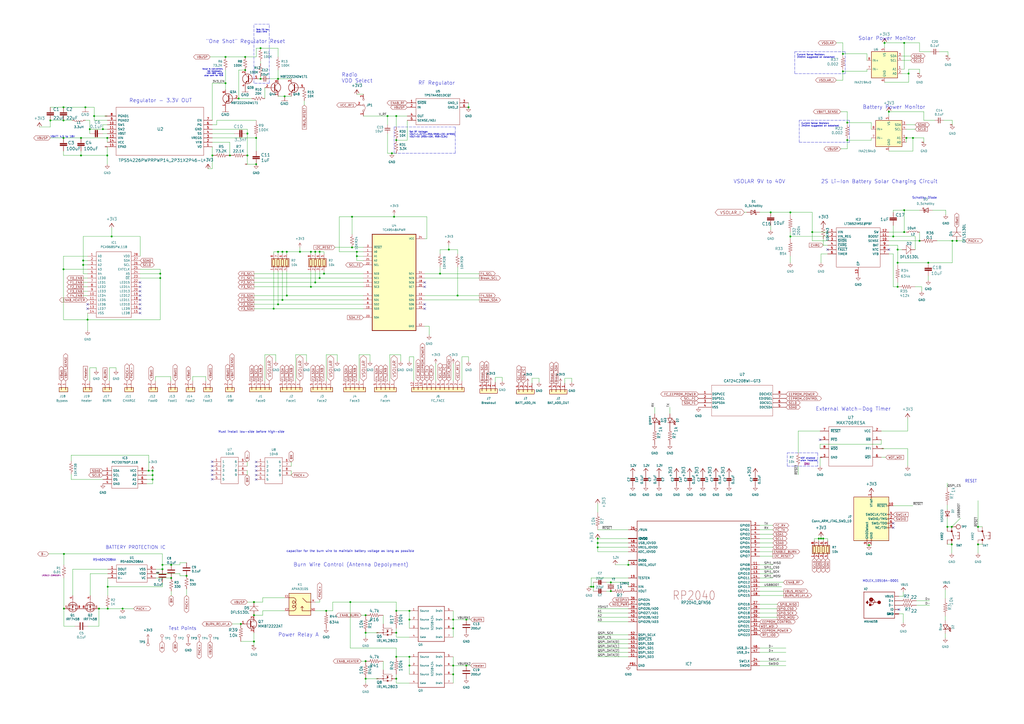
<source format=kicad_sch>
(kicad_sch (version 20211123) (generator eeschema)
  (paper "A2")
  (junction (at 52.07 74.93))
  (junction (at 538.48 152.4))
  (junction (at 237.49 381))
  (junction (at 204.216 125.73))
  (junction (at 567.3344 305.6128))
  (junction (at 46.99 90.17))
  (junction (at 147.32 372.11))
  (junction (at 552.0944 305.6128))
  (junction (at 204.216 143.51))
  (junction (at 62.23 90.17))
  (junction (at 62.23 80.01))
  (junction (at 552.45 139.7))
  (junction (at 54.61 67.31))
  (junction (at 525.78 80.01))
  (junction (at 346.71 312.42))
  (junction (at 48.26 151.13))
  (junction (at 344.17 340.36))
  (junction (at 207.01 146.05))
  (junction (at 187.96 158.75))
  (junction (at 488.95 41.402))
  (junction (at 524.51 24.892))
  (junction (at 147.32 349.25))
  (junction (at 237.49 359.41))
  (junction (at 166.37 146.05))
  (junction (at 151.13 27.94))
  (junction (at 504.0884 316.23))
  (junction (at 207.01 148.59))
  (junction (at 48.26 153.67))
  (junction (at 161.29 45.72))
  (junction (at 99.314 335.28))
  (junction (at 203.2 349.25))
  (junction (at 476.25 312.42))
  (junction (at 180.34 166.37))
  (junction (at 94.234 327.66))
  (junction (at 471.17 134.62))
  (junction (at 354.33 342.9))
  (junction (at 346.71 314.96))
  (junction (at 29.21 69.85))
  (junction (at 94.234 330.2))
  (junction (at 342.9 340.36))
  (junction (at 166.37 171.45))
  (junction (at 529.59 80.01))
  (junction (at 62.484 340.36))
  (junction (at 458.47 137.16))
  (junction (at 62.484 353.06))
  (junction (at 229.87 367.03))
  (junction (at 270.51 359.41))
  (junction (at 515.62 64.77))
  (junction (at 237.49 354.33))
  (junction (at 185.42 146.05))
  (junction (at 163.83 146.05))
  (junction (at 86.233 273.05))
  (junction (at 491.49 71.12))
  (junction (at 92.964 161.29))
  (junction (at 142.24 33.02))
  (junction (at 88.519 275.59))
  (junction (at 37.084 321.31))
  (junction (at 447.04 123.19))
  (junction (at 224.79 67.31))
  (junction (at 151.13 45.72))
  (junction (at 165.1 55.88))
  (junction (at 474.98 312.42))
  (junction (at 229.87 354.33))
  (junction (at 46.99 80.01))
  (junction (at 520.7 152.4))
  (junction (at 143.51 90.17))
  (junction (at 182.88 163.83))
  (junction (at 36.83 156.21))
  (junction (at 518.16 137.16))
  (junction (at 133.35 90.17))
  (junction (at 92.964 158.75))
  (junction (at 36.83 69.85))
  (junction (at 227.33 88.9))
  (junction (at 130.81 33.02))
  (junction (at 64.77 137.16))
  (junction (at 163.83 173.99))
  (junction (at 520.7 144.78))
  (junction (at 255.27 158.75))
  (junction (at 262.89 386.08))
  (junction (at 147.32 356.87))
  (junction (at 229.87 81.28))
  (junction (at 123.19 90.17))
  (junction (at 57.404 353.06))
  (junction (at 270.51 386.08))
  (junction (at 88.519 273.05))
  (junction (at 262.89 364.49))
  (junction (at 50.8 185.42))
  (junction (at 182.88 146.05))
  (junction (at 148.59 95.25))
  (junction (at 161.29 146.05))
  (junction (at 262.89 359.41))
  (junction (at 212.09 393.7))
  (junction (at 161.29 176.53))
  (junction (at 185.42 161.29))
  (junction (at 265.43 171.45))
  (junction (at 142.24 40.64))
  (junction (at 139.7 361.95))
  (junction (at 260.35 144.78))
  (junction (at 527.05 42.672))
  (junction (at 130.81 48.26))
  (junction (at 354.33 337.82))
  (junction (at 549.5544 305.6128))
  (junction (at 567.3344 315.7728))
  (junction (at 212.09 383.54))
  (junction (at 271.78 62.23))
  (junction (at 59.69 74.93))
  (junction (at 229.87 381))
  (junction (at 533.4 139.7))
  (junction (at 108.204 334.01))
  (junction (at 554.99 139.7))
  (junction (at 513.08 24.892))
  (junction (at 49.53 62.23))
  (junction (at 36.83 62.23))
  (junction (at 520.7 166.37))
  (junction (at 148.59 80.01))
  (junction (at 364.49 327.66))
  (junction (at 36.83 80.01))
  (junction (at 552.0944 315.7728))
  (junction (at 458.47 123.19))
  (junction (at 71.12 353.06))
  (junction (at 229.87 393.7))
  (junction (at 477.52 312.42))
  (junction (at 524.51 121.92))
  (junction (at 212.09 367.03))
  (junction (at 228.6 125.73))
  (junction (at 491.49 81.28))
  (junction (at 180.34 146.05))
  (junction (at 158.75 179.07))
  (junction (at 262.89 391.16))
  (junction (at 524.51 134.62))
  (junction (at 212.09 356.87))
  (junction (at 88.519 278.13))
  (junction (at 99.314 327.66))
  (junction (at 229.87 67.31))
  (junction (at 173.99 146.05))
  (junction (at 346.71 317.5))
  (junction (at 138.43 57.15))
  (junction (at 488.95 31.242))
  (junction (at 237.49 386.08))
  (junction (at 37.084 353.06))
  (junction (at 143.51 77.47))
  (junction (at 189.23 354.33))
  (no_connect (at 480.06 144.78))
  (no_connect (at 515.62 144.78))
  (no_connect (at 475.6912 255.1176))
  (no_connect (at 246.38 163.83))
  (no_connect (at 246.38 166.37))
  (no_connect (at 246.38 176.53))
  (no_connect (at 246.38 179.07))
  (no_connect (at 123.063 270.383))
  (no_connect (at 148.59 278.13))
  (no_connect (at 148.59 275.59))
  (no_connect (at 148.59 273.05))
  (no_connect (at 123.063 278.003))
  (no_connect (at 148.59 270.51))
  (no_connect (at 123.063 267.843))
  (no_connect (at 123.063 272.923))
  (no_connect (at 123.063 275.463))
  (no_connect (at 148.59 267.97))
  (no_connect (at 81.28 176.53))
  (no_connect (at 81.28 179.07))
  (no_connect (at 81.28 163.83))
  (no_connect (at 81.28 166.37))
  (no_connect (at 81.28 168.91))
  (no_connect (at 81.28 171.45))
  (no_connect (at 81.28 173.99))
  (no_connect (at 50.8 179.07))
  (no_connect (at 50.8 176.53))
  (no_connect (at 518.16 303.53))
  (no_connect (at 521.462 353.568))
  (no_connect (at 518.16 306.07))
  (no_connect (at 81.28 181.61))
  (wire (pts (xy 440.69 335.28) (xy 448.31 335.28)))
  (wire (pts (xy 270.51 359.41) (xy 273.05 359.41)))
  (wire (pts (xy 187.96 157.48) (xy 187.96 158.75)))
  (wire (pts (xy 491.49 81.28) (xy 491.49 86.36)))
  (wire (pts (xy 143.51 349.25) (xy 147.32 349.25)))
  (wire (pts (xy 207.01 146.05) (xy 207.01 148.59)))
  (polyline (pts (xy 147.32 48.26) (xy 147.32 13.97)))
  (wire (pts (xy 81.28 156.21) (xy 92.964 156.21)))
  (wire (pts (xy 525.78 80.01) (xy 529.59 80.01)))
  (wire (pts (xy 440.69 309.88) (xy 448.31 309.88)))
  (wire (pts (xy 152.4 346.71) (xy 152.4 349.25)))
  (wire (pts (xy 160.02 209.55) (xy 160.02 205.74)))
  (wire (pts (xy 62.23 72.39) (xy 59.69 72.39)))
  (polyline (pts (xy 264.16 73.66) (xy 228.6 73.66)))
  (wire (pts (xy 81.28 161.29) (xy 92.964 161.29)))
  (wire (pts (xy 147.32 173.99) (xy 163.83 173.99)))
  (wire (pts (xy 166.37 157.48) (xy 166.37 171.45)))
  (wire (pts (xy 520.7 166.37) (xy 518.16 166.37)))
  (wire (pts (xy 130.81 40.64) (xy 130.81 48.26)))
  (wire (pts (xy 187.96 146.05) (xy 185.42 146.05)))
  (wire (pts (xy 267.97 220.98) (xy 267.97 207.01)))
  (wire (pts (xy 364.49 312.42) (xy 346.71 312.42)))
  (wire (pts (xy 22.86 73.66) (xy 29.21 73.66)))
  (wire (pts (xy 454.406 337.82) (xy 440.69 337.82)))
  (wire (pts (xy 458.47 134.62) (xy 458.47 137.16)))
  (wire (pts (xy 533.4 42.672) (xy 533.4 40.132)))
  (wire (pts (xy 54.61 69.85) (xy 62.23 69.85)))
  (wire (pts (xy 530.86 137.16) (xy 518.16 137.16)))
  (wire (pts (xy 94.234 340.36) (xy 62.484 340.36)))
  (wire (pts (xy 529.59 87.63) (xy 529.59 80.01)))
  (wire (pts (xy 88.519 275.59) (xy 88.519 273.05)))
  (wire (pts (xy 180.34 147.32) (xy 180.34 146.05)))
  (polyline (pts (xy 461.01 42.672) (xy 461.01 29.972)))
  (wire (pts (xy 207.01 148.59) (xy 210.82 148.59)))
  (wire (pts (xy 207.01 146.05) (xy 210.82 146.05)))
  (wire (pts (xy 168.91 267.97) (xy 168.91 270.51)))
  (wire (pts (xy 513.08 24.892) (xy 524.51 24.892)))
  (wire (pts (xy 212.09 367.03) (xy 212.09 369.57)))
  (wire (pts (xy 346.71 317.5) (xy 346.71 314.96)))
  (wire (pts (xy 252.73 210.82) (xy 252.73 220.98)))
  (wire (pts (xy 518.16 147.32) (xy 515.62 147.32)))
  (wire (pts (xy 182.88 163.83) (xy 210.82 163.83)))
  (wire (pts (xy 440.69 314.96) (xy 448.31 314.96)))
  (wire (pts (xy 52.07 74.93) (xy 52.07 69.85)))
  (wire (pts (xy 262.89 364.49) (xy 262.89 359.41)))
  (polyline (pts (xy 490.22 42.672) (xy 461.01 42.672)))
  (wire (pts (xy 505.46 81.28) (xy 505.46 80.01)))
  (wire (pts (xy 341.63 340.36) (xy 342.9 340.36)))
  (wire (pts (xy 187.96 158.75) (xy 210.82 158.75)))
  (wire (pts (xy 94.234 327.66) (xy 94.234 321.31)))
  (wire (pts (xy 158.75 157.48) (xy 158.75 179.07)))
  (wire (pts (xy 462.9912 250.0376) (xy 462.9912 262.7376)))
  (wire (pts (xy 41.275 264.033) (xy 86.233 264.033)))
  (wire (pts (xy 356.87 327.66) (xy 364.49 327.66)))
  (wire (pts (xy 48.26 166.37) (xy 50.8 166.37)))
  (wire (pts (xy 342.9 340.36) (xy 344.17 340.36)))
  (wire (pts (xy 189.23 205.74) (xy 195.58 205.74)))
  (wire (pts (xy 99.06 218.44) (xy 99.06 220.98)))
  (wire (pts (xy 50.8 153.67) (xy 48.26 153.67)))
  (wire (pts (xy 212.09 393.7) (xy 212.09 396.24)))
  (wire (pts (xy 123.19 48.26) (xy 130.81 48.26)))
  (wire (pts (xy 312.674 219.456) (xy 312.674 221.615)))
  (wire (pts (xy 491.49 71.12) (xy 491.49 64.77)))
  (wire (pts (xy 388.62 236.22) (xy 388.62 240.03)))
  (wire (pts (xy 210.82 67.31) (xy 224.79 67.31)))
  (wire (pts (xy 147.32 349.25) (xy 152.4 349.25)))
  (wire (pts (xy 520.7 152.4) (xy 538.48 152.4)))
  (wire (pts (xy 344.17 340.36) (xy 344.17 342.9)))
  (wire (pts (xy 531.622 351.028) (xy 539.242 351.028)))
  (wire (pts (xy 364.49 353.06) (xy 346.71 353.06)))
  (wire (pts (xy 549.91 29.972) (xy 544.83 29.972)))
  (wire (pts (xy 85.09 278.13) (xy 88.519 278.13)))
  (wire (pts (xy 43.434 363.22) (xy 37.084 363.22)))
  (wire (pts (xy 346.71 378.46) (xy 364.49 378.46)))
  (wire (pts (xy 64.77 137.16) (xy 81.28 137.16)))
  (wire (pts (xy 99.314 327.66) (xy 104.394 327.66)))
  (wire (pts (xy 123.19 69.85) (xy 123.19 48.26)))
  (wire (pts (xy 502.92 316.23) (xy 504.0884 316.23)))
  (wire (pts (xy 364.49 358.14) (xy 346.71 358.14)))
  (wire (pts (xy 204.216 143.51) (xy 210.82 143.51)))
  (wire (pts (xy 147.32 163.83) (xy 182.88 163.83)))
  (wire (pts (xy 219.71 367.03) (xy 212.09 367.03)))
  (wire (pts (xy 346.71 373.38) (xy 364.49 373.38)))
  (wire (pts (xy 51.054 363.22) (xy 57.404 363.22)))
  (wire (pts (xy 147.32 171.45) (xy 166.37 171.45)))
  (wire (pts (xy 548.386 367.538) (xy 548.386 370.078)))
  (wire (pts (xy 520.7 144.78) (xy 520.7 152.4)))
  (wire (pts (xy 527.05 42.672) (xy 527.05 40.132)))
  (polyline (pts (xy 474.4212 270.3576) (xy 456.6412 270.3576)))
  (wire (pts (xy 265.43 171.45) (xy 278.13 171.45)))
  (wire (pts (xy 104.394 327.66) (xy 104.394 326.39)))
  (wire (pts (xy 549.91 32.512) (xy 549.91 29.972)))
  (wire (pts (xy 476.25 311.15) (xy 476.25 312.42)))
  (wire (pts (xy 488.95 31.242) (xy 502.92 31.242)))
  (wire (pts (xy 255.27 144.78) (xy 260.35 144.78)))
  (wire (pts (xy 48.26 137.16) (xy 48.26 151.13)))
  (wire (pts (xy 523.24 40.132) (xy 524.51 40.132)))
  (wire (pts (xy 530.86 144.78) (xy 530.86 137.16)))
  (wire (pts (xy 458.47 123.19) (xy 458.47 124.46)))
  (wire (pts (xy 138.43 40.64) (xy 142.24 40.64)))
  (wire (pts (xy 85.09 275.59) (xy 88.519 275.59)))
  (wire (pts (xy 52.07 77.47) (xy 52.07 74.93)))
  (wire (pts (xy 161.29 27.94) (xy 161.29 33.02)))
  (wire (pts (xy 538.48 160.02) (xy 538.48 162.56)))
  (wire (pts (xy 81.28 148.59) (xy 81.28 137.16)))
  (wire (pts (xy 125.73 72.39) (xy 123.19 72.39)))
  (wire (pts (xy 48.26 171.45) (xy 50.8 171.45)))
  (wire (pts (xy 364.49 370.84) (xy 346.71 370.84)))
  (wire (pts (xy 491.49 71.12) (xy 505.46 71.12)))
  (wire (pts (xy 440.69 312.42) (xy 448.31 312.42)))
  (wire (pts (xy 50.8 185.42) (xy 50.8 181.61)))
  (wire (pts (xy 462.9912 270.3576) (xy 462.9912 275.4376)))
  (polyline (pts (xy 490.22 29.972) (xy 490.22 42.672)))
  (wire (pts (xy 203.2 349.25) (xy 229.87 349.25)))
  (wire (pts (xy 207.01 151.13) (xy 210.82 151.13)))
  (wire (pts (xy 485.14 46.482) (xy 488.95 46.482)))
  (wire (pts (xy 212.09 383.54) (xy 209.55 383.54)))
  (wire (pts (xy 474.98 312.42) (xy 472.44 312.42)))
  (wire (pts (xy 62.23 90.17) (xy 62.23 95.25)))
  (wire (pts (xy 487.68 64.77) (xy 491.49 64.77)))
  (wire (pts (xy 62.484 340.36) (xy 62.484 335.28)))
  (wire (pts (xy 346.71 314.96) (xy 346.71 312.42)))
  (wire (pts (xy 237.49 207.01) (xy 240.03 207.01)))
  (wire (pts (xy 477.52 138.43) (xy 477.52 142.24)))
  (wire (pts (xy 308.61 222.25) (xy 308.61 219.456)))
  (wire (pts (xy 524.51 134.62) (xy 525.78 134.62)))
  (wire (pts (xy 163.83 157.48) (xy 163.83 173.99)))
  (wire (pts (xy 63.5 220.98) (xy 63.5 213.36)))
  (wire (pts (xy 180.34 166.37) (xy 210.82 166.37)))
  (wire (pts (xy 526.4912 250.0376) (xy 526.4912 242.4176)))
  (wire (pts (xy 535.94 69.85) (xy 535.94 64.77)))
  (polyline (pts (xy 156.21 48.26) (xy 156.21 13.97)))
  (wire (pts (xy 171.45 205.74) (xy 171.45 220.98)))
  (wire (pts (xy 237.49 209.55) (xy 237.49 207.01)))
  (polyline (pts (xy 463.55 69.85) (xy 492.76 69.85)))
  (wire (pts (xy 351.79 342.9) (xy 354.33 342.9)))
  (wire (pts (xy 246.38 158.75) (xy 255.27 158.75)))
  (wire (pts (xy 161.29 146.05) (xy 161.29 147.32)))
  (wire (pts (xy 108.204 345.44) (xy 108.204 341.63)))
  (wire (pts (xy 37.084 321.31) (xy 28.194 321.31)))
  (wire (pts (xy 121.92 33.02) (xy 130.81 33.02)))
  (wire (pts (xy 104.394 332.74) (xy 104.394 334.01)))
  (wire (pts (xy 52.324 332.74) (xy 52.324 345.44)))
  (wire (pts (xy 189.23 354.33) (xy 193.04 354.33)))
  (wire (pts (xy 246.38 171.45) (xy 265.43 171.45)))
  (wire (pts (xy 90.424 335.28) (xy 99.314 335.28)))
  (wire (pts (xy 549.5544 295.4528) (xy 549.5544 292.9128)))
  (wire (pts (xy 327.66 219.456) (xy 331.724 219.456)))
  (wire (pts (xy 46.99 80.01) (xy 62.23 80.01)))
  (wire (pts (xy 180.34 157.48) (xy 180.34 166.37)))
  (wire (pts (xy 147.32 374.65) (xy 147.32 372.11)))
  (wire (pts (xy 111.76 220.98) (xy 111.76 218.44)))
  (wire (pts (xy 480.06 313.69) (xy 480.06 312.42)))
  (wire (pts (xy 224.79 88.9) (xy 227.33 88.9)))
  (wire (pts (xy 29.21 73.66) (xy 29.21 69.85)))
  (wire (pts (xy 520.7 152.4) (xy 520.7 153.67)))
  (wire (pts (xy 46.99 90.17) (xy 62.23 90.17)))
  (wire (pts (xy 182.88 157.48) (xy 182.88 163.83)))
  (wire (pts (xy 267.97 207.01) (xy 271.78 207.01)))
  (wire (pts (xy 88.519 275.59) (xy 88.519 278.13)))
  (wire (pts (xy 237.49 354.33) (xy 229.87 354.33)))
  (wire (pts (xy 119.38 218.44) (xy 119.38 220.98)))
  (wire (pts (xy 440.69 327.66) (xy 448.31 327.66)))
  (wire (pts (xy 530.86 166.37) (xy 534.67 166.37)))
  (wire (pts (xy 346.71 381) (xy 364.49 381)))
  (wire (pts (xy 535.94 82.55) (xy 535.94 80.01)))
  (wire (pts (xy 440.69 320.04) (xy 448.31 320.04)))
  (wire (pts (xy 86.233 273.05) (xy 85.09 273.05)))
  (wire (pts (xy 520.7 144.78) (xy 523.24 144.78)))
  (wire (pts (xy 224.79 77.47) (xy 224.79 88.9)))
  (wire (pts (xy 548.386 357.378) (xy 548.386 359.918)))
  (wire (pts (xy 524.002 345.948) (xy 524.002 343.408)))
  (wire (pts (xy 262.89 369.57) (xy 262.89 364.49)))
  (wire (pts (xy 54.61 62.23) (xy 54.61 67.31)))
  (wire (pts (xy 354.33 337.82) (xy 364.49 337.82)))
  (wire (pts (xy 158.75 179.07) (xy 210.82 179.07)))
  (wire (pts (xy 458.47 137.16) (xy 480.06 137.16)))
  (wire (pts (xy 63.5 213.36) (xy 67.31 213.36)))
  (wire (pts (xy 262.89 396.24) (xy 262.89 391.16)))
  (wire (pts (xy 557.1744 300.5328) (xy 552.0944 305.6128)))
  (wire (pts (xy 477.52 312.42) (xy 476.25 312.42)))
  (wire (pts (xy 262.89 391.16) (xy 262.89 386.08)))
  (wire (pts (xy 475.6912 265.2776) (xy 475.6912 270.3576)))
  (wire (pts (xy 104.394 326.39) (xy 108.204 326.39)))
  (wire (pts (xy 227.33 88.9) (xy 229.87 88.9)))
  (wire (pts (xy 458.47 148.59) (xy 458.47 152.4)))
  (wire (pts (xy 515.62 134.62) (xy 524.51 134.62)))
  (wire (pts (xy 161.29 40.64) (xy 161.29 45.72)))
  (wire (pts (xy 52.07 220.98) (xy 52.07 213.36)))
  (wire (pts (xy 262.89 210.82) (xy 262.89 220.98)))
  (wire (pts (xy 455.93 383.54) (xy 440.69 383.54)))
  (wire (pts (xy 166.37 146.05) (xy 166.37 147.32)))
  (wire (pts (xy 458.47 123.19) (xy 471.17 123.19)))
  (wire (pts (xy 237.49 396.24) (xy 229.87 396.24)))
  (wire (pts (xy 515.62 87.63) (xy 529.59 87.63)))
  (wire (pts (xy 123.19 80.01) (xy 148.59 80.01)))
  (wire (pts (xy 448.31 307.34) (xy 440.69 307.34)))
  (wire (pts (xy 224.79 72.39) (xy 224.79 67.31)))
  (wire (pts (xy 523.24 42.672) (xy 527.05 42.672)))
  (wire (pts (xy 525.78 74.93) (xy 530.86 74.93)))
  (wire (pts (xy 94.234 327.66) (xy 94.234 330.2)))
  (wire (pts (xy 182.88 349.25) (xy 185.42 349.25)))
  (wire (pts (xy 49.53 69.85) (xy 52.07 69.85)))
  (wire (pts (xy 168.91 273.05) (xy 168.91 275.59)))
  (wire (pts (xy 147.32 176.53) (xy 161.29 176.53)))
  (wire (pts (xy 529.59 80.01) (xy 535.94 80.01)))
  (wire (pts (xy 52.324 332.74) (xy 62.484 332.74)))
  (wire (pts (xy 94.234 321.31) (xy 37.084 321.31)))
  (wire (pts (xy 152.4 356.87) (xy 152.4 354.33)))
  (wire (pts (xy 168.91 45.72) (xy 161.29 45.72)))
  (wire (pts (xy 36.83 80.01) (xy 29.21 80.01)))
  (polyline (pts (xy 156.21 13.97) (xy 147.32 13.97)))
  (wire (pts (xy 195.58 205.74) (xy 195.58 209.55)))
  (wire (pts (xy 229.87 73.66) (xy 229.87 67.31)))
  (wire (pts (xy 59.69 278.13) (xy 41.275 278.13)))
  (wire (pts (xy 472.44 312.42) (xy 472.44 313.69)))
  (wire (pts (xy 123.19 82.55) (xy 133.35 82.55)))
  (wire (pts (xy 193.04 354.33) (xy 193.04 349.25)))
  (wire (pts (xy 552.0944 315.7728) (xy 552.0944 320.8528)))
  (wire (pts (xy 204.216 125.73) (xy 204.216 135.89)))
  (wire (pts (xy 37.084 321.31) (xy 37.084 327.66)))
  (wire (pts (xy 153.67 57.15) (xy 153.67 50.8)))
  (wire (pts (xy 229.87 396.24) (xy 229.87 393.7)))
  (wire (pts (xy 143.51 74.93) (xy 143.51 77.47)))
  (wire (pts (xy 502.92 41.402) (xy 502.92 40.132)))
  (wire (pts (xy 488.95 41.402) (xy 502.92 41.402)))
  (wire (pts (xy 151.13 35.56) (xy 151.13 36.83)))
  (wire (pts (xy 62.484 353.06) (xy 71.12 353.06)))
  (wire (pts (xy 212.09 356.87) (xy 209.55 356.87)))
  (wire (pts (xy 29.21 69.85) (xy 36.83 69.85)))
  (wire (pts (xy 379.73 236.22) (xy 379.73 240.03)))
  (polyline (pts (xy 228.6 88.9) (xy 264.16 88.9)))
  (wire (pts (xy 513.08 47.752) (xy 527.05 47.752)))
  (wire (pts (xy 476.25 312.42) (xy 474.98 312.42)))
  (wire (pts (xy 440.69 304.8) (xy 448.31 304.8)))
  (wire (pts (xy 149.86 45.72) (xy 151.13 45.72)))
  (wire (pts (xy 552.45 72.39) (xy 552.45 69.85)))
  (wire (pts (xy 48.26 163.83) (xy 50.8 163.83)))
  (wire (pts (xy 440.69 378.46) (xy 455.93 378.46)))
  (wire (pts (xy 549.5544 282.7528) (xy 549.5544 280.2128)))
  (polyline (pts (xy 492.76 69.85) (xy 492.76 82.55)))
  (wire (pts (xy 237.49 364.49) (xy 237.49 359.41)))
  (wire (pts (xy 148.59 27.94) (xy 151.13 27.94)))
  (wire (pts (xy 535.94 69.85) (xy 542.29 69.85)))
  (wire (pts (xy 471.17 123.19) (xy 471.17 134.62)))
  (wire (pts (xy 182.88 354.33) (xy 189.23 354.33)))
  (wire (pts (xy 111.76 218.44) (xy 119.38 218.44)))
  (wire (pts (xy 548.64 121.92) (xy 548.64 124.46)))
  (wire (pts (xy 476.25 147.32) (xy 476.25 152.4)))
  (wire (pts (xy 90.424 330.2) (xy 94.234 330.2)))
  (wire (pts (xy 518.16 137.16) (xy 515.62 137.16)))
  (wire (pts (xy 523.24 35.052) (xy 528.32 35.052)))
  (wire (pts (xy 139.7 372.11) (xy 147.32 372.11)))
  (wire (pts (xy 440.69 353.06) (xy 450.85 353.06)))
  (wire (pts (xy 354.33 337.82) (xy 351.79 337.82)))
  (wire (pts (xy 143.383 272.923) (xy 143.383 275.463)))
  (wire (pts (xy 440.69 317.5) (xy 448.31 317.5)))
  (wire (pts (xy 123.19 85.09) (xy 123.19 90.17)))
  (wire (pts (xy 173.99 146.05) (xy 173.99 143.51)))
  (wire (pts (xy 123.19 97.79) (xy 120.65 97.79)))
  (wire (pts (xy 287.274 218.948) (xy 291.338 218.948)))
  (wire (pts (xy 54.61 67.31) (xy 54.61 69.85)))
  (wire (pts (xy 226.06 205.74) (xy 232.41 205.74)))
  (wire (pts (xy 475.6912 250.0376) (xy 462.9912 250.0376)))
  (wire (pts (xy 346.71 292.1) (xy 346.71 297.18)))
  (wire (pts (xy 48.26 161.29) (xy 50.8 161.29)))
  (wire (pts (xy 346.71 320.04) (xy 346.71 317.5)))
  (wire (pts (xy 511.2512 257.6576) (xy 511.2512 255.1176)))
  (wire (pts (xy 327.66 222.25) (xy 327.66 219.456)))
  (wire (pts (xy 90.17 218.44) (xy 99.06 218.44)))
  (wire (pts (xy 147.32 161.29) (xy 185.42 161.29)))
  (wire (pts (xy 156.21 45.72) (xy 161.29 45.72)))
  (wire (pts (xy 520.7 163.83) (xy 520.7 166.37)))
  (wire (pts (xy 177.8 205.74) (xy 171.45 205.74)))
  (wire (pts (xy 287.274 221.742) (xy 287.274 218.948)))
  (wire (pts (xy 246.38 161.29) (xy 278.13 161.29)))
  (wire (pts (xy 364.49 314.96) (xy 346.71 314.96)))
  (wire (pts (xy 477.52 313.69) (xy 477.52 312.42)))
  (wire (pts (xy 59.69 74.93) (xy 52.07 74.93)))
  (wire (pts (xy 229.87 391.16) (xy 229.87 393.7)))
  (wire (pts (xy 364.49 307.34) (xy 346.71 307.34)))
  (wire (pts (xy 518.16 293.37) (xy 529.59 293.37)))
  (polyline (pts (xy 463.55 82.55) (xy 463.55 69.85)))
  (wire (pts (xy 262.89 359.41) (xy 270.51 359.41)))
  (wire (pts (xy 262.89 359.41) (xy 262.89 354.33)))
  (wire (pts (xy 99.314 345.44) (xy 99.314 342.9)))
  (wire (pts (xy 240.03 220.98) (xy 240.03 207.01)))
  (wire (pts (xy 161.29 146.05) (xy 163.83 146.05)))
  (wire (pts (xy 513.08 24.892) (xy 513.08 27.432)))
  (wire (pts (xy 515.62 64.77) (xy 535.94 64.77)))
  (wire (pts (xy 567.3344 320.8528) (xy 567.3344 315.7728)))
  (wire (pts (xy 229.87 67.31) (xy 236.22 67.31)))
  (wire (pts (xy 143.51 95.25) (xy 148.59 95.25)))
  (wire (pts (xy 148.59 33.02) (xy 142.24 33.02)))
  (wire (pts (xy 515.62 142.24) (xy 520.7 142.24)))
  (wire (pts (xy 173.99 146.05) (xy 180.34 146.05)))
  (wire (pts (xy 165.1 346.71) (xy 152.4 346.71)))
  (wire (pts (xy 57.404 363.22) (xy 57.404 353.06)))
  (wire (pts (xy 291.338 218.948) (xy 291.338 221.107)))
  (wire (pts (xy 214.63 205.74) (xy 208.28 205.74)))
  (wire (pts (xy 569.8744 315.7728) (xy 567.3344 315.7728)))
  (wire (pts (xy 513.7912 265.2776) (xy 511.2512 265.2776)))
  (wire (pts (xy 440.69 340.36) (xy 453.39 340.36)))
  (wire (pts (xy 168.91 55.88) (xy 165.1 55.88)))
  (wire (pts (xy 71.12 353.06) (xy 77.47 353.06)))
  (wire (pts (xy 523.24 32.512) (xy 528.32 32.512)))
  (wire (pts (xy 228.6 125.73) (xy 204.216 125.73)))
  (wire (pts (xy 515.62 64.77) (xy 515.62 67.31)))
  (wire (pts (xy 552.45 139.7) (xy 554.99 139.7)))
  (wire (pts (xy 255.27 158.75) (xy 278.13 158.75)))
  (wire (pts (xy 524.002 356.108) (xy 524.002 361.188)))
  (wire (pts (xy 49.53 62.23) (xy 54.61 62.23)))
  (wire (pts (xy 36.83 90.17) (xy 46.99 90.17)))
  (wire (pts (xy 262.89 386.08) (xy 262.89 381)))
  (wire (pts (xy 265.43 144.78) (xy 265.43 147.32)))
  (polyline (pts (xy 228.6 73.66) (xy 228.6 88.9)))
  (wire (pts (xy 364.49 337.82) (xy 364.49 340.36)))
  (polyline (pts (xy 264.16 88.9) (xy 264.16 73.66)))
  (wire (pts (xy 527.05 40.132) (xy 533.4 40.132)))
  (wire (pts (xy 138.43 57.15) (xy 138.43 40.64)))
  (wire (pts (xy 163.83 146.05) (xy 163.83 147.32)))
  (wire (pts (xy 62.23 82.55) (xy 62.23 80.01)))
  (wire (pts (xy 524.51 24.892) (xy 533.4 24.892)))
  (wire (pts (xy 222.25 361.95) (xy 222.25 356.87)))
  (wire (pts (xy 152.4 354.33) (xy 165.1 354.33)))
  (wire (pts (xy 204.216 125.73) (xy 196.85 125.73)))
  (wire (pts (xy 533.4 134.62) (xy 533.4 139.7)))
  (wire (pts (xy 480.06 147.32) (xy 476.25 147.32)))
  (wire (pts (xy 48.26 137.16) (xy 64.77 137.16)))
  (wire (pts (xy 90.17 220.98) (xy 90.17 218.44)))
  (wire (pts (xy 554.99 139.7) (xy 560.07 139.7)))
  (wire (pts (xy 42.164 330.2) (xy 62.484 330.2)))
  (wire (pts (xy 262.89 386.08) (xy 270.51 386.08)))
  (wire (pts (xy 440.69 386.08) (xy 455.93 386.08)))
  (wire (pts (xy 36.83 90.17) (xy 36.83 87.63)))
  (wire (pts (xy 151.13 44.45) (xy 151.13 45.72)))
  (wire (pts (xy 538.48 152.4) (xy 552.45 152.4)))
  (wire (pts (xy 36.83 69.85) (xy 41.91 69.85)))
  (wire (pts (xy 92.964 158.75) (xy 92.964 161.29)))
  (wire (pts (xy 88.519 273.05) (xy 86.233 273.05)))
  (wire (pts (xy 440.69 322.58) (xy 448.31 322.58)))
  (wire (pts (xy 525.78 72.39) (xy 530.86 72.39)))
  (wire (pts (xy 88.519 278.13) (xy 88.519 280.67)))
  (wire (pts (xy 36.83 148.59) (xy 36.83 156.21)))
  (wire (pts (xy 158.75 146.05) (xy 161.29 146.05)))
  (wire (pts (xy 471.17 139.7) (xy 480.06 139.7)))
  (wire (pts (xy 364.49 368.3) (xy 346.71 368.3)))
  (wire (pts (xy 222.25 388.62) (xy 222.25 383.54)))
  (wire (pts (xy 440.69 350.52) (xy 450.85 350.52)))
  (wire (pts (xy 525.78 80.01) (xy 525.78 82.55)))
  (wire (pts (xy 518.16 130.81) (xy 518.16 137.16)))
  (wire (pts (xy 504.0884 316.23) (xy 505.46 316.23)))
  (wire (pts (xy 246.38 173.99) (xy 278.13 173.99)))
  (wire (pts (xy 123.19 74.93) (xy 143.51 74.93)))
  (wire (pts (xy 147.32 179.07) (xy 158.75 179.07)))
  (wire (pts (xy 148.59 80.01) (xy 148.59 87.63)))
  (wire (pts (xy 158.75 147.32) (xy 158.75 146.05)))
  (wire (pts (xy 433.07 123.19) (xy 431.8 123.19)))
  (wire (pts (xy 526.4912 250.0376) (xy 511.2512 250.0376)))
  (wire (pts (xy 485.14 24.892) (xy 488.95 24.892)))
  (wire (pts (xy 153.67 205.74) (xy 153.67 220.98)))
  (wire (pts (xy 505.46 71.12) (xy 505.46 74.93)))
  (polyline (pts (xy 456.6412 262.7376) (xy 474.4212 262.7376)))
  (wire (pts (xy 146.05 57.15) (xy 138.43 57.15)))
  (wire (pts (xy 148.59 69.85) (xy 125.73 69.85)))
  (wire (pts (xy 185.42 349.25) (xy 185.42 347.98)))
  (wire (pts (xy 265.43 154.94) (xy 265.43 171.45)))
  (wire (pts (xy 474.98 312.42) (xy 474.98 313.69)))
  (wire (pts (xy 344.17 337.82) (xy 344.17 340.36)))
  (wire (pts (xy 440.69 375.92) (xy 455.93 375.92)))
  (wire (pts (xy 247.65 125.73) (xy 247.65 138.43)))
  (wire (pts (xy 67.31 213.36) (xy 67.31 214.63)))
  (wire (pts (xy 130.81 33.02) (xy 142.24 33.02)))
  (wire (pts (xy 134.62 361.95) (xy 139.7 361.95)))
  (wire (pts (xy 552.45 139.7) (xy 543.56 139.7)))
  (wire (pts (xy 346.71 375.92) (xy 364.49 375.92)))
  (wire (pts (xy 166.37 146.05) (xy 173.99 146.05)))
  (wire (pts (xy 62.23 77.47) (xy 59.69 77.47)))
  (wire (pts (xy 147.32 166.37) (xy 180.34 166.37)))
  (wire (pts (xy 50.8 185.42) (xy 92.964 185.42)))
  (wire (pts (xy 271.78 207.01) (xy 271.78 209.55)))
  (wire (pts (xy 166.37 171.45) (xy 210.82 171.45)))
  (wire (pts (xy 182.88 146.05) (xy 180.34 146.05)))
  (wire (pts (xy 203.2 375.92) (xy 203.2 349.25)))
  (wire (pts (xy 511.2512 260.1976) (xy 526.4912 260.1976)))
  (wire (pts (xy 42.164 345.44) (xy 42.164 330.2)))
  (wire (pts (xy 185.42 146.05) (xy 185.42 147.32)))
  (wire (pts (xy 533.4 29.972) (xy 539.75 29.972)))
  (wire (pts (xy 176.53 60.96) (xy 176.53 58.42)))
  (wire (pts (xy 50.8 151.13) (xy 48.26 151.13)))
  (wire (pts (xy 226.06 220.98) (xy 226.06 205.74)))
  (wire (pts (xy 36.83 185.42) (xy 50.8 185.42)))
  (wire (pts (xy 41.275 275.082) (xy 41.275 278.13)))
  (wire (pts (xy 48.26 168.91) (xy 50.8 168.91)))
  (wire (pts (xy 229.87 81.28) (xy 236.22 81.28)))
  (wire (pts (xy 346.71 360.68) (xy 364.49 360.68)))
  (wire (pts (xy 567.3344 290.3728) (xy 567.3344 305.6128)))
  (wire (pts (xy 161.29 176.53) (xy 210.82 176.53)))
  (wire (pts (xy 518.16 166.37) (xy 518.16 147.32)))
  (wire (pts (xy 447.04 130.81) (xy 447.04 133.35)))
  (wire (pts (xy 364.49 320.04) (xy 346.71 320.04)))
  (wire (pts (xy 185.42 157.48) (xy 185.42 161.29)))
  (wire (pts (xy 163.83 146.05) (xy 166.37 146.05)))
  (wire (pts (xy 447.04 123.19) (xy 458.47 123.19)))
  (wire (pts (xy 549.5544 305.6128) (xy 549.5544 300.5328)))
  (polyline (pts (xy 492.76 82.55) (xy 463.55 82.55)))
  (wire (pts (xy 552.0944 305.6128) (xy 549.5544 305.6128)))
  (wire (pts (xy 229.87 369.57) (xy 229.87 367.03)))
  (wire (pts (xy 94.234 327.66) (xy 99.314 327.66)))
  (wire (pts (xy 488.95 41.402) (xy 488.95 46.482)))
  (wire (pts (xy 524.51 121.92) (xy 518.16 121.92)))
  (wire (pts (xy 36.83 148.59) (xy 50.8 148.59)))
  (wire (pts (xy 41.275 267.462) (xy 41.275 264.033)))
  (wire (pts (xy 440.69 355.6) (xy 450.85 355.6)))
  (wire (pts (xy 308.61 219.456) (xy 312.674 219.456)))
  (polyline (pts (xy 456.6412 270.3576) (xy 456.6412 262.7376)))
  (wire (pts (xy 271.78 62.23) (xy 271.78 59.69)))
  (wire (pts (xy 518.16 121.92) (xy 518.16 123.19)))
  (wire (pts (xy 502.92 31.242) (xy 502.92 35.052)))
  (wire (pts (xy 37.084 353.06) (xy 37.084 335.28)))
  (wire (pts (xy 59.69 74.93) (xy 59.69 72.39)))
  (wire (pts (xy 260.35 142.24) (xy 260.35 144.78)))
  (wire (pts (xy 346.71 355.6) (xy 364.49 355.6)))
  (wire (pts (xy 104.394 334.01) (xy 108.204 334.01)))
  (wire (pts (xy 196.85 146.05) (xy 207.01 146.05)))
  (wire (pts (xy 527.05 47.752) (xy 527.05 42.672)))
  (wire (pts (xy 143.51 77.47) (xy 143.51 90.17)))
  (wire (pts (xy 48.26 158.75) (xy 48.26 153.67)))
  (wire (pts (xy 248.92 189.23) (xy 248.92 194.31)))
  (wire (pts (xy 182.88 146.05) (xy 182.88 147.32)))
  (wire (pts (xy 94.234 337.82) (xy 94.234 340.36)))
  (wire (pts (xy 37.084 363.22) (xy 37.084 353.06)))
  (wire (pts (xy 237.49 391.16) (xy 237.49 386.08)))
  (wire (pts (xy 237.49 369.57) (xy 229.87 369.57)))
  (wire (pts (xy 487.68 86.36) (xy 491.49 86.36)))
  (wire (pts (xy 229.87 349.25) (xy 229.87 354.33)))
  (wire (pts (xy 187.96 147.32) (xy 187.96 146.05)))
  (wire (pts (xy 29.21 62.23) (xy 36.83 62.23)))
  (wire (pts (xy 123.19 90.17) (xy 123.19 97.79)))
  (wire (pts (xy 50.8 158.75) (xy 48.26 158.75)))
  (wire (pts (xy 214.63 209.55) (xy 214.63 205.74)))
  (wire (pts (xy 86.233 264.033) (xy 86.233 273.05)))
  (wire (pts (xy 440.69 358.14) (xy 450.85 358.14)))
  (wire (pts (xy 92.964 156.21) (xy 92.964 158.75)))
  (wire (pts (xy 92.964 161.29) (xy 92.964 185.42)))
  (wire (pts (xy 36.83 156.21) (xy 36.83 185.42)))
  (wire (pts (xy 160.02 205.74) (xy 153.67 205.74)))
  (wire (pts (xy 531.622 348.488) (xy 539.242 348.488)))
  (wire (pts (xy 567.3344 305.6128) (xy 569.8744 305.6128)))
  (polyline (pts (xy 156.21 48.26) (xy 147.32 48.26)))
  (wire (pts (xy 36.83 80.01) (xy 46.99 80.01)))
  (wire (pts (xy 533.4 29.972) (xy 533.4 24.892)))
  (wire (pts (xy 440.69 330.2) (xy 448.31 330.2)))
  (wire (pts (xy 549.5544 315.7728) (xy 552.0944 315.7728)))
  (wire (pts (xy 62.23 67.31) (xy 54.61 67.31)))
  (wire (pts (xy 85.09 280.67) (xy 88.519 280.67)))
  (wire (pts (xy 36.83 156.21) (xy 50.8 156.21)))
  (wire (pts (xy 515.62 139.7) (xy 533.4 139.7)))
  (wire (pts (xy 62.23 74.93) (xy 59.69 74.93)))
  (wire (pts (xy 471.17 134.62) (xy 480.06 134.62)))
  (wire (pts (xy 147.32 372.11) (xy 147.32 367.03)))
  (wire (pts (xy 185.42 161.29) (xy 210.82 161.29)))
  (wire (pts (xy 193.04 349.25) (xy 203.2 349.25)))
  (wire (pts (xy 440.69 332.74) (xy 448.31 332.74)))
  (wire (pts (xy 229.87 375.92) (xy 203.2 375.92)))
  (wire (pts (xy 270.51 386.08) (xy 273.05 386.08)))
  (wire (pts (xy 189.23 220.98) (xy 189.23 205.74)))
  (polyline (pts (xy 461.01 29.972) (xy 490.22 29.972)))
  (wire (pts (xy 524.51 134.62) (xy 524.51 121.92)))
  (wire (pts (xy 185.42 146.05) (xy 182.88 146.05)))
  (wire (pts (xy 229.87 364.49) (xy 229.87 367.03)))
  (wire (pts (xy 151.13 27.94) (xy 161.29 27.94)))
  (wire (pts (xy 228.6 124.46) (xy 228.6 125.73)))
  (wire (pts (xy 163.83 173.99) (xy 210.82 173.99)))
  (wire (pts (xy 48.26 153.67) (xy 48.26 151.13)))
  (wire (pts (xy 260.35 144.78) (xy 265.43 144.78)))
  (wire (pts (xy 480.06 142.24) (xy 477.52 142.24)))
  (wire (pts (xy 125.73 69.85) (xy 125.73 72.39)))
  (wire (pts (xy 488.95 31.242) (xy 488.95 24.892)))
  (wire (pts (xy 55.88 213.36) (xy 55.88 214.63)))
  (wire (pts (xy 64.77 132.08) (xy 64.77 137.16)))
  (wire (pts (xy 552.45 69.85) (xy 547.37 69.85)))
  (wire (pts (xy 219.71 393.7) (xy 212.09 393.7)))
  (wire (pts (xy 440.69 123.19) (xy 447.04 123.19)))
  (wire (pts (xy 475.6912 260.1976) (xy 475.6912 257.6576)))
  (wire (pts (xy 229.87 375.92) (xy 229.87 381)))
  (wire (pts (xy 491.49 81.28) (xy 505.46 81.28)))
  (wire (pts (xy 62.484 345.44) (xy 62.484 340.36)))
  (wire (pts (xy 36.83 62.23) (xy 49.53 62.23)))
  (wire (pts (xy 475.6912 257.6576) (xy 511.2512 257.6576)))
  (wire (pts (xy 177.8 209.55) (xy 177.8 205.74)))
  (wire (pts (xy 147.32 158.75) (xy 187.96 158.75)))
  (wire (pts (xy 148.59 27.94) (xy 148.59 33.02)))
  (wire (pts (xy 440.69 342.9) (xy 454.66 342.9)))
  (wire (pts (xy 440.69 345.44) (xy 454.66 345.44)))
  (wire (pts (xy 194.31 143.51) (xy 204.216 143.51)))
  (wire (pts (xy 81.28 158.75) (xy 92.964 158.75)))
  (wire (pts (xy 207.01 148.59) (xy 207.01 151.13)))
  (wire (pts (xy 255.27 154.94) (xy 255.27 158.75)))
  (wire (pts (xy 90.424 332.74) (xy 104.394 332.74)))
  (wire (pts (xy 147.32 356.87) (xy 152.4 356.87)))
  (wire (pts (xy 236.22 81.28) (xy 236.22 69.85)))
  (wire (pts (xy 541.02 121.92) (xy 548.64 121.92)))
  (wire (pts (xy 364.49 325.12) (xy 364.49 327.66)))
  (wire (pts (xy 520.7 142.24) (xy 520.7 144.78)))
  (wire (pts (xy 207.01 54.61) (xy 210.82 54.61)))
  (wire (pts (xy 524.51 121.92) (xy 533.4 121.92)))
  (wire (pts (xy 524.51 40.132) (xy 524.51 24.892)))
  (wire (pts (xy 224.79 67.31) (xy 229.87 67.31)))
  (wire (pts (xy 50.8 185.42) (xy 50.8 191.77)))
  (wire (pts (xy 471.17 134.62) (xy 471.17 139.7)))
  (wire (pts (xy 143.51 95.25) (xy 143.51 90.17)))
  (wire (pts (xy 196.85 125.73) (xy 196.85 146.05)))
  (wire (pts (xy 342.9 335.28) (xy 364.49 335.28)))
  (wire (pts (xy 255.27 144.78) (xy 255.27 147.32)))
  (wire (pts (xy 165.1 55.88) (xy 161.29 55.88)))
  (wire (pts (xy 247.65 125.73) (xy 228.6 125.73)))
  (wire (pts (xy 161.29 157.48) (xy 161.29 176.53)))
  (wire (pts (xy 331.724 219.456) (xy 331.724 221.615)))
  (wire (pts (xy 521.462 356.108) (xy 524.002 356.108)))
  (polyline (pts (xy 474.4212 262.7376) (xy 474.4212 270.3576)))
  (wire (pts (xy 237.49 386.08) (xy 237.49 381)))
  (wire (pts (xy 237.49 381) (xy 229.87 381)))
  (wire (pts (xy 246.38 189.23) (xy 248.92 189.23)))
  (wire (pts (xy 526.4912 260.1976) (xy 526.4912 270.3576)))
  (wire (pts (xy 133.35 82.55) (xy 133.35 90.17)))
  (wire (pts (xy 237.49 359.41) (xy 237.49 354.33)))
  (wire (pts (xy 57.404 353.06) (xy 62.484 353.06)))
  (wire (pts (xy 458.47 137.16) (xy 458.47 138.43)))
  (wire (pts (xy 364.49 317.5) (xy 346.71 317.5)))
  (wire (pts (xy 246.38 138.43) (xy 247.65 138.43)))
  (wire (pts (xy 130.81 48.26) (xy 130.81 52.07)))
  (wire (pts (xy 143.383 267.843) (xy 143.383 270.383)))
  (wire (pts (xy 521.462 345.948) (xy 524.002 345.948)))
  (wire (pts (xy 342.9 335.28) (xy 342.9 340.36)))
  (wire (pts (xy 552.45 152.4) (xy 552.45 139.7)))
  (wire (pts (xy 534.67 166.37) (xy 534.67 168.91)))
  (wire (pts (xy 548.386 347.218) (xy 548.386 342.138)))
  (wire (pts (xy 208.28 205.74) (xy 208.28 220.98)))
  (wire (pts (xy 480.06 312.42) (xy 477.52 312.42)))
  (wire (pts (xy 62.23 85.09) (xy 62.23 90.17)))
  (wire (pts (xy 46.99 90.17) (xy 46.99 87.63)))
  (wire (pts (xy 232.41 205.74) (xy 232.41 209.55)))
  (wire (pts (xy 123.19 77.47) (xy 135.89 77.47)))
  (wire (pts (xy 52.07 213.36) (xy 55.88 213.36)))
  (text "Must install low-side before high-side" (at 126.619 251.333 0) (effects (font (size 1.27 1.27)) (justify left bottom)))
  (text "Test Points" (at 97.79 365.76 0) (effects (font (size 1.905 1.905)) (justify left bottom)))
  (text "RESET" (at 559.7144 280.2128 180) (effects (font (size 1.778 1.5113)) (justify left bottom)))
  (text "Current Sense Resistor:\n2mOhm suggested on datasheet\n" (at 462.28 33.782 0) (effects (font (size 0.889 0.889)) (justify left bottom)))
  (text "\"One Shot\" Regulator Reset" (at 119.38 25.4 0) (effects (font (size 2.159 2.159)) (justify left bottom)))
  (text "VSOLAR 9V to 40V" (at 425.45 106.68 0) (effects (font (size 2.159 2.159)) (justify left bottom)))
  (text "Current Sense Resistor:\n2mOhm suggested on datasheet\n" (at 464.82 73.66 0) (effects (font (size 0.889 0.889)) (justify left bottom)))
  (text "Regulator - 3.3V OUT" (at 74.93 59.69 0) (effects (font (size 2.159 2.159)) (justify left bottom)))
  (text "Battery Power Monitor" (at 500.38 63.5 0) (effects (font (size 2.159 2.159)) (justify left bottom)))
  (text "Solar Power Monitor" (at 497.84 23.622 0) (effects (font (size 2.159 2.159)) (justify left bottom)))
  (text "WDT enabled\nwhen installed" (at 464.2612 267.8176 0) (effects (font (size 0.889 0.889)) (justify left bottom)))
  (text "Sets EN low\ndwell time" (at 148.59 19.05 0) (effects (font (size 0.7874 0.7874)) (justify left bottom)))
  (text "BATTERY PROTECTION IC" (at 61.214 318.77 0) (effects (font (size 1.905 1.905)) (justify left bottom)))
  (text "2S Li-Ion Battery Solar Charging Circuit" (at 476.25 106.68 0) (effects (font (size 2.159 2.159)) (justify left bottom)))
  (text "MOLEX_105164-0001" (at 500.38 337.82 0) (effects (font (size 1.27 1.27)) (justify left bottom)))
  (text "R5460N208AA\n" (at 53.848 325.628 0) (effects (font (size 1.27 1.27)) (justify left bottom)))
  (text "External Watch-Dog Timer" (at 473.1512 238.6076 0) (effects (font (size 2.159 2.159)) (justify left bottom)))
  (text "Burn Wire Control (Antenna Depolyment)" (at 170.18 328.93 0) (effects (font (size 2.159 2.159)) (justify left bottom)))
  (text "Radio\nVDD Select" (at 198.12 48.26 0) (effects (font (size 2.159 2.159)) (justify left bottom)))
  (text "Power Relay A" (at 161.29 369.57 0) (effects (font (size 2.159 2.159)) (justify left bottom)))
  (text "capacitor for the burn wire to maintain battery voltage as long as possible" (at 166.116 320.548 0) (effects (font (size 1.27 1.27)) (justify left bottom)))
  (text "Value is convenient,\nnot necessary. \n10K-80K would\nalso work for R29" (at 129.54 44.45 0) (effects (font (size 0.7874 0.7874)) (justify right bottom)))
  (text "RF Regulator" (at 242.57 49.53 0) (effects (font (size 2.159 2.159)) (justify left bottom)))
  (text "Schottky Diode\n" (at 543.56 115.57 180) (effects (font (size 1.27 1.27)) (justify right bottom)))
  (text "VBATT 4.5 to 18V" (at 29.21 80.01 0) (effects (font (size 1.0668 1.0668)) (justify left bottom)))
  (text "Set RF Voltage:\nVOUT=1.21*(1+R55/R59)+(3E-6*R55)\nVOUT=5V (R55=10K, R59=3.3K)\n" (at 237.49 80.01 0) (effects (font (size 0.889 0.889)) (justify left bottom)))
  (label "A2" (at 346.71 358.14 0) (effects (font (size 1.2446 1.2446))))
  (label "USBBOOT" (at 443.23 340.36 0) (effects (font (size 1.2446 1.2446))))
  (label "D+" (at 536.702 348.488 0) (effects (font (size 1.2446 1.2446))))
  (label "VDD" (at 90.424 332.74 0) (effects (font (size 0.635 0.635))))
  (label "TX" (at 388.62 236.22 90) (effects (font (size 1.2446 1.2446))))
  (label "QSPI_DATA[1]" (at 346.71 375.92 0) (effects (font (size 1.2446 1.2446))))
  (label "VBURN2" (at 273.05 386.08 180))
  (label "VBURN1" (at 273.05 359.41 180))
  (label "~{RESET}" (at 462.9912 275.4376 90) (effects (font (size 1.2446 1.2446))))
  (label "QSPI_SCK" (at 346.71 368.3 0) (effects (font (size 1.2446 1.2446))))
  (label "SPI1_MOSI" (at 443.23 335.28 0) (effects (font (size 1.2446 1.2446))))
  (label "TX" (at 443.23 304.8 0) (effects (font (size 1.2446 1.2446))))
  (label "QSPI_DATA[3]" (at 346.71 381 0) (effects (font (size 1.2446 1.2446))))
  (label "~{RESET}" (at 349.25 307.34 0) (effects (font (size 1.2446 1.2446))))
  (label "USBBOOT" (at 557.1744 300.5328 90) (effects (font (size 1.2446 1.2446))))
  (label "SWDIO" (at 445.77 386.08 0) (effects (font (size 1.2446 1.2446))))
  (label "SPI1_CS0" (at 443.23 330.2 0) (effects (font (size 1.2446 1.2446))))
  (label "~{RESET}" (at 567.3344 305.6128 90) (effects (font (size 1.2446 1.2446))))
  (label "A3" (at 346.71 360.68 0) (effects (font (size 1.2446 1.2446))))
  (label "QSPI_DATA[0]" (at 346.71 373.38 0) (effects (font (size 1.2446 1.2446))))
  (label "V_RF" (at 219.71 67.31 0))
  (label "QSPI_CS" (at 346.71 370.84 0) (effects (font (size 1.2446 1.2446))))
  (label "D+" (at 445.77 378.46 0) (effects (font (size 1.2446 1.2446))))
  (label "RX" (at 443.23 307.34 0) (effects (font (size 1.2446 1.2446))))
  (label "~{RESET}" (at 529.59 293.37 0) (effects (font (size 1.2446 1.2446))))
  (label "D-" (at 536.702 351.028 0) (effects (font (size 1.2446 1.2446))))
  (label "A1" (at 346.71 355.6 0) (effects (font (size 1.2446 1.2446))))
  (label "QSPI_DATA[2]" (at 346.71 378.46 0) (effects (font (size 1.2446 1.2446))))
  (label "SPI1_MISO" (at 443.23 327.66 0) (effects (font (size 1.2446 1.2446))))
  (label "D-" (at 445.77 375.92 0) (effects (font (size 1.2446 1.2446))))
  (label "SWCLK" (at 445.77 383.54 0) (effects (font (size 1.2446 1.2446))))
  (label "QSPI_CS" (at 549.5544 282.7528 0) (effects (font (size 1.2446 1.2446))))
  (label "XSHUT" (at 346.71 353.06 0) (effects (font (size 1.2446 1.2446))))
  (label "RX" (at 379.73 236.22 90) (effects (font (size 1.2446 1.2446))))
  (label "3V3_EN" (at 123.19 48.26 0))
  (label "SPI1_SCK" (at 443.23 332.74 0) (effects (font (size 1.2446 1.2446))))
  (global_label "F1_SDA" (shape output) (at 147.32 173.99 180) (property "Intersheet References" "${INTERSHEET_REFS}" (effects hide)))
  (global_label "VBUSP" (shape bidirectional) (at 236.22 62.23 180) (property "Intersheet References" "${INTERSHEET_REFS}" (effects hide)))
  (global_label "VBATT_SENSE" (shape bidirectional) (at 134.62 220.98 90) (property "Intersheet References" "${INTERSHEET_REFS}" (effects hide)))
  (global_label "SWCLK" (shape input) (at 518.16 298.45 0) (property "Intersheet References" "${INTERSHEET_REFS}" (effects hide)))
  (global_label "CHRG'" (shape input) (at 477.52 142.24 180) (property "Intersheet References" "${INTERSHEET_REFS}" (effects hide)))
  (global_label "VSOLAR" (shape bidirectional) (at 173.99 220.98 90) (effects (font (size 1.778 1.778))) (property "Intersheet References" "${INTERSHEET_REFS}" (effects hide)))
  (global_label "F3_ENB" (shape output) (at 48.26 168.91 180) (property "Intersheet References" "${INTERSHEET_REFS}" (effects hide)))
  (global_label "F3_SCL" (shape output) (at 203.2 220.98 90) (property "Intersheet References" "${INTERSHEET_REFS}" (effects hide)))
  (global_label "F2_SDA" (shape output) (at 181.61 220.98 90) (property "Intersheet References" "${INTERSHEET_REFS}" (effects hide)))
  (global_label "F4_SDA" (shape output) (at 218.44 220.98 90) (property "Intersheet References" "${INTERSHEET_REFS}" (effects hide)))
  (global_label "F3_SDA" (shape output) (at 200.66 220.98 90) (property "Intersheet References" "${INTERSHEET_REFS}" (effects hide)))
  (global_label "GND" (shape bidirectional) (at 147.32 374.65 180) (effects (font (size 0.254 0.254))) (property "Intersheet References" "${INTERSHEET_REFS}" (effects hide)))
  (global_label "F0_ENB" (shape output) (at 48.26 161.29 180) (property "Intersheet References" "${INTERSHEET_REFS}" (effects hide)))
  (global_label "SCL0" (shape input) (at 530.86 74.93 0) (property "Intersheet References" "${INTERSHEET_REFS}" (effects hide)))
  (global_label "SCL1" (shape bidirectional) (at 448.31 312.42 0) (property "Intersheet References" "${INTERSHEET_REFS}" (effects hide)))
  (global_label "B-" (shape bidirectional) (at 28.194 321.31 180) (property "Intersheet References" "${INTERSHEET_REFS}" (effects hide)))
  (global_label "GND" (shape bidirectional) (at 549.91 32.512 180) (effects (font (size 0.254 0.254))) (property "Intersheet References" "${INTERSHEET_REFS}" (effects hide)))
  (global_label "Break_SCL" (shape output) (at 278.13 161.29 0) (property "Intersheet References" "${INTERSHEET_REFS}" (effects hide)))
  (global_label "VSOLAR" (shape bidirectional) (at 156.21 220.98 90) (effects (font (size 1.778 1.778))) (property "Intersheet References" "${INTERSHEET_REFS}" (effects hide)))
  (global_label "F0_SCL" (shape output) (at 148.59 220.98 90) (property "Intersheet References" "${INTERSHEET_REFS}" (effects hide)))
  (global_label "EEPROM_POWER" (shape bidirectional) (at 440.69 365.76 0) (property "Intersheet References" "${INTERSHEET_REFS}" (effects hide)))
  (global_label "ENAB_BURN" (shape bidirectional) (at 209.55 356.87 180) (property "Intersheet References" "${INTERSHEET_REFS}" (effects hide)))
  (global_label "B-" (shape bidirectional) (at 143.383 267.843 90) (property "Intersheet References" "${INTERSHEET_REFS}" (effects hide)))
  (global_label "I2C_RESET" (shape input) (at 194.31 143.51 180) (property "Intersheet References" "${INTERSHEET_REFS}" (effects hide)))
  (global_label "VBUSP" (shape bidirectional) (at 29.21 80.01 180) (property "Intersheet References" "${INTERSHEET_REFS}" (effects hide)))
  (global_label "SCL0" (shape bidirectional) (at 448.31 317.5 0) (property "Intersheet References" "${INTERSHEET_REFS}" (effects hide)))
  (global_label "FC_EEPROM_POWER" (shape bidirectional) (at 405.13 228.6 180) (property "Intersheet References" "${INTERSHEET_REFS}" (effects hide)))
  (global_label "VBATT_SENSE" (shape bidirectional) (at 487.68 64.77 180) (property "Intersheet References" "${INTERSHEET_REFS}" (effects hide)))
  (global_label "F0_ENB" (shape output) (at 151.13 220.98 90) (property "Intersheet References" "${INTERSHEET_REFS}" (effects hide)))
  (global_label "RF1_IO0" (shape bidirectional) (at 440.69 368.3 0) (property "Intersheet References" "${INTERSHEET_REFS}" (effects hide)))
  (global_label "PACK+" (shape bidirectional) (at 108.204 345.44 270) (property "Intersheet References" "${INTERSHEET_REFS}" (effects hide)))
  (global_label "SDA1" (shape bidirectional) (at 448.31 309.88 0) (property "Intersheet References" "${INTERSHEET_REFS}" (effects hide)))
  (global_label "SDA1" (shape bidirectional) (at 480.06 323.85 270) (property "Intersheet References" "${INTERSHEET_REFS}" (effects hide)))
  (global_label "F2_SDA" (shape output) (at 147.32 176.53 180) (property "Intersheet References" "${INTERSHEET_REFS}" (effects hide)))
  (global_label "F2_SCL" (shape output) (at 147.32 163.83 180) (property "Intersheet References" "${INTERSHEET_REFS}" (effects hide)))
  (global_label "VSOLAR_I" (shape bidirectional) (at 485.14 46.482 180) (property "Intersheet References" "${INTERSHEET_REFS}" (effects hide)))
  (global_label "VBatt" (shape bidirectional) (at 87.63 220.98 90) (property "Intersheet References" "${INTERSHEET_REFS}" (effects hide)))
  (global_label "VBUSP" (shape bidirectional) (at 487.68 86.36 180) (property "Intersheet References" "${INTERSHEET_REFS}" (effects hide)))
  (global_label "SPI0_CS0" (shape output) (at 450.85 353.06 0) (property "Intersheet References" "${INTERSHEET_REFS}" (effects hide)))
  (global_label "SDA0" (shape input) (at 81.28 151.13 0) (property "Intersheet References" "${INTERSHEET_REFS}" (effects hide)))
  (global_label "SCL0" (shape bidirectional) (at 81.28 153.67 0) (property "Intersheet References" "${INTERSHEET_REFS}" (effects hide)))
  (global_label "BM" (shape bidirectional) (at 143.383 275.463 270) (property "Intersheet References" "${INTERSHEET_REFS}" (effects hide)))
  (global_label "VBatt" (shape bidirectional) (at 35.56 220.98 90) (property "Intersheet References" "${INTERSHEET_REFS}" (effects hide)))
  (global_label "GND" (shape bidirectional) (at 535.94 82.55 180) (effects (font (size 0.254 0.254))) (property "Intersheet References" "${INTERSHEET_REFS}" (effects hide)))
  (global_label "F1_ENB" (shape output) (at 168.91 220.98 90) (property "Intersheet References" "${INTERSHEET_REFS}" (effects hide)))
  (global_label "VBatt" (shape bidirectional) (at 554.99 132.08 90) (property "Intersheet References" "${INTERSHEET_REFS}" (effects hide)))
  (global_label "BM" (shape bidirectional) (at 101.6 372.11 270) (property "Intersheet References" "${INTERSHEET_REFS}" (effects hide)))
  (global_label "F0_SDA" (shape output) (at 147.32 171.45 180) (property "Intersheet References" "${INTERSHEET_REFS}" (effects hide)))
  (global_label "PACK+" (shape bidirectional) (at 185.42 347.98 90) (property "Intersheet References" "${INTERSHEET_REFS}" (effects hide)))
  (global_label "FC_TX" (shape bidirectional) (at 448.31 307.34 0) (property "Intersheet References" "${INTERSHEET_REFS}" (effects hide)))
  (global_label "SWDIO" (shape input) (at 518.16 300.99 0) (property "Intersheet References" "${INTERSHEET_REFS}" (effects hide)))
  (global_label "VBUSP" (shape bidirectional) (at 143.51 349.25 180) (property "Intersheet References" "${INTERSHEET_REFS}" (effects hide)))
  (global_label "PACK-" (shape bidirectional) (at 77.47 353.06 0) (property "Intersheet References" "${INTERSHEET_REFS}" (effects hide)))
  (global_label "BURN_RELAY_A" (shape output) (at 454.66 345.44 0) (property "Intersheet References" "${INTERSHEET_REFS}" (effects hide)))
  (global_label "Heater" (shape input) (at 49.53 220.98 90) (property "Intersheet References" "${INTERSHEET_REFS}" (effects hide)))
  (global_label "BURN" (shape input) (at 273.05 359.41 0) (property "Intersheet References" "${INTERSHEET_REFS}" (effects hide)))
  (global_label "EEPROM_CONTROL" (shape bidirectional) (at 440.69 360.68 0) (property "Intersheet References" "${INTERSHEET_REFS}" (effects hide)))
  (global_label "FC_EEPROM_POWER" (shape bidirectional) (at 245.11 220.98 90) (property "Intersheet References" "${INTERSHEET_REFS}" (effects hide)))
  (global_label "SDA0" (shape bidirectional) (at 455.93 236.22 0) (property "Intersheet References" "${INTERSHEET_REFS}" (effects hide)))
  (global_label "F1_SCL" (shape output) (at 166.37 220.98 90) (property "Intersheet References" "${INTERSHEET_REFS}" (effects hide)))
  (global_label "SDA_FC" (shape input) (at 257.81 220.98 90) (property "Intersheet References" "${INTERSHEET_REFS}" (effects hide)))
  (global_label "PACK+" (shape bidirectional) (at 168.91 275.59 0) (property "Intersheet References" "${INTERSHEET_REFS}" (effects hide)))
  (global_label "BM" (shape bidirectional) (at 99.314 345.44 270) (property "Intersheet References" "${INTERSHEET_REFS}" (effects hide)))
  (global_label "VSOLAR" (shape bidirectional) (at 485.14 24.892 180) (property "Intersheet References" "${INTERSHEET_REFS}" (effects hide)))
  (global_label "VSOLAR" (shape bidirectional) (at 191.77 220.98 90) (effects (font (size 1.778 1.778))) (property "Intersheet References" "${INTERSHEET_REFS}" (effects hide)))
  (global_label "FC_RESET" (shape bidirectional) (at 242.57 220.98 90) (property "Intersheet References" "${INTERSHEET_REFS}" (effects hide)))
  (global_label "SCL0" (shape bidirectional) (at 59.69 275.59 180) (property "Intersheet References" "${INTERSHEET_REFS}" (effects hide)))
  (global_label "PACK+" (shape bidirectional) (at 560.07 139.7 0) (property "Intersheet References" "${INTERSHEET_REFS}" (effects hide)))
  (global_label "SDA_FC" (shape input) (at 405.13 233.68 180) (property "Intersheet References" "${INTERSHEET_REFS}" (effects hide)))
  (global_label "F1_SDA" (shape output) (at 163.83 220.98 90) (property "Intersheet References" "${INTERSHEET_REFS}" (effects hide)))
  (global_label "SCL0" (shape bidirectional) (at 455.93 233.68 0) (property "Intersheet References" "${INTERSHEET_REFS}" (effects hide)))
  (global_label "EEPROM_CONTROL" (shape bidirectional) (at 455.93 231.14 0) (property "Intersheet References" "${INTERSHEET_REFS}" (effects hide)))
  (global_label "Break_SCL" (shape output) (at 320.04 222.25 90) (property "Intersheet References" "${INTERSHEET_REFS}" (effects hide)))
  (global_label "BM" (shape bidirectional) (at 168.91 267.97 90) (property "Intersheet References" "${INTERSHEET_REFS}" (effects hide)))
  (global_label "GND" (shape bidirectional) (at 219.71 393.7 180) (effects (font (size 0.254 0.254))) (property "Intersheet References" "${INTERSHEET_REFS}" (effects hide)))
  (global_label "F4_SCL" (shape output) (at 220.98 220.98 90) (property "Intersheet References" "${INTERSHEET_REFS}" (effects hide)))
  (global_label "BURN" (shape input) (at 60.96 220.98 90) (property "Intersheet References" "${INTERSHEET_REFS}" (effects hide)))
  (global_label "Break_SCL" (shape output) (at 279.654 221.742 90) (property "Intersheet References" "${INTERSHEET_REFS}" (effects hide)))
  (global_label "GND" (shape bidirectional) (at 219.71 367.03 180) (effects (font (size 0.254 0.254))) (property "Intersheet References" "${INTERSHEET_REFS}" (effects hide)))
  (global_label "WDT_WDI" (shape input) (at 513.7912 265.2776 0) (property "Intersheet References" "${INTERSHEET_REFS}" (effects hide)))
  (global_label "BURN_RELAY_A" (shape bidirectional) (at 134.62 361.95 180) (property "Intersheet References" "${INTERSHEET_REFS}" (effects hide)))
  (global_label "SCL_FC" (shape bidirectional) (at 210.82 153.67 180) (property "Intersheet References" "${INTERSHEET_REFS}" (effects hide)))
  (global_label "VBUSP" (shape bidirectional) (at 121.92 372.11 270) (property "Intersheet References" "${INTERSHEET_REFS}" (effects hide)))
  (global_label "F2_SCL" (shape output) (at 184.15 220.98 90) (property "Intersheet References" "${INTERSHEET_REFS}" (effects hide)))
  (global_label "SDA_FC" (shape input) (at 210.82 184.15 180) (property "Intersheet References" "${INTERSHEET_REFS}" (effects hide)))
  (global_label "F3_ENB" (shape output) (at 205.74 220.98 90) (property "Intersheet References" "${INTERSHEET_REFS}" (effects hide)))
  (global_label "WDT_WDI" (shape output) (at 440.69 363.22 0) (property "Intersheet References" "${INTERSHEET_REFS}" (effects hide)))
  (global_label "PACK+" (shape bidirectional) (at 73.66 220.98 90) (property "Intersheet References" "${INTERSHEET_REFS}" (effects hide)))
  (global_label "DATA_READY" (shape bidirectional) (at 260.35 220.98 90) (property "Intersheet References" "${INTERSHEET_REFS}" (effects hide)))
  (global_label "NEO_PWR" (shape output) (at 364.49 350.52 180) (property "Intersheet References" "${INTERSHEET_REFS}" (effects hide)))
  (global_label "FC_TX" (shape bidirectional) (at 247.65 220.98 90) (property "Intersheet References" "${INTERSHEET_REFS}" (effects hide)))
  (global_label "ENAB_HEATER" (shape bidirectional) (at 209.55 383.54 180) (property "Intersheet References" "${INTERSHEET_REFS}" (effects hide)))
  (global_label "VBUS_RESET" (shape output) (at 454.66 342.9 0) (property "Intersheet References" "${INTERSHEET_REFS}" (effects hide)))
  (global_label "FC_RX" (shape bidirectional) (at 250.19 220.98 90) (property "Intersheet References" "${INTERSHEET_REFS}" (effects hide)))
  (global_label "EEPROM_POWER" (shape bidirectional) (at 455.93 228.6 0) (property "Intersheet References" "${INTERSHEET_REFS}" (effects hide)))
  (global_label "SCL_FC" (shape bidirectional) (at 300.99 222.25 90) (property "Intersheet References" "${INTERSHEET_REFS}" (effects hide)))
  (global_label "GND" (shape bidirectional) (at 143.51 95.25 180) (effects (font (size 0.254 0.254))) (property "Intersheet References" "${INTERSHEET_REFS}" (effects hide)))
  (global_label "B-" (shape bidirectional) (at 93.98 372.11 270) (property "Intersheet References" "${INTERSHEET_REFS}" (effects hide)))
  (global_label "SDA0" (shape bidirectional) (at 530.86 72.39 0) (property "Intersheet References" "${INTERSHEET_REFS}" (effects hide)))
  (global_label "VSOLAR" (shape bidirectional) (at 228.6 220.98 90) (effects (font (size 1.778 1.778))) (property "Intersheet References" "${INTERSHEET_REFS}" (effects hide)))
  (global_label "VBUS_RESET" (shape input) (at 176.53 60.96 270) (property "Intersheet References" "${INTERSHEET_REFS}" (effects hide)))
  (global_label "F4_ENB" (shape output) (at 48.26 171.45 180) (property "Intersheet References" "${INTERSHEET_REFS}" (effects hide)))
  (global_label "Break_SDA" (shape output) (at 282.194 221.742 90) (property "Intersheet References" "${INTERSHEET_REFS}" (effects hide)))
  (global_label "NEOPIX" (shape output) (at 364.49 347.98 180) (property "Intersheet References" "${INTERSHEET_REFS}" (effects hide)))
  (global_label "SCL_FC" (shape bidirectional) (at 405.13 231.14 180) (property "Intersheet References" "${INTERSHEET_REFS}" (effects hide)))
  (global_label "SPI0_MOSI" (shape output) (at 450.85 358.14 0) (property "Intersheet References" "${INTERSHEET_REFS}" (effects hide)))
  (global_label "I2C_RESET" (shape output) (at 448.31 322.58 0) (property "Intersheet References" "${INTERSHEET_REFS}" (effects hide)))
  (global_label "SPI0_SCK" (shape output) (at 450.85 355.6 0) (property "Intersheet References" "${INTERSHEET_REFS}" (effects hide)))
  (global_label "SDA0" (shape bidirectional) (at 448.31 314.96 0) (property "Intersheet References" "${INTERSHEET_REFS}" (effects hide)))
  (global_label "SCL0" (shape input) (at 528.32 35.052 0) (property "Intersheet References" "${INTERSHEET_REFS}" (effects hide)))
  (global_label "VSOLAR" (shape bidirectional) (at 210.82 220.98 90) (effects (font (size 1.778 1.778))) (property "Intersheet References" "${INTERSHEET_REFS}" (effects hide)))
  (global_label "F4_SCL" (shape output) (at 278.13 158.75 0) (property "Intersheet References" "${INTERSHEET_REFS}" (effects hide)))
  (global_label "F0_SCL" (shape output) (at 147.32 158.75 180) (property "Intersheet References" "${INTERSHEET_REFS}" (effects hide)))
  (global_label "F0_SDA" (shape output) (at 146.05 220.98 90) (property "Intersheet References" "${INTERSHEET_REFS}" (effects hide)))
  (global_label "GND" (shape bidirectional) (at 62.23 85.09 180) (effects (font (size 0.254 0.254))) (property "Intersheet References" "${INTERSHEET_REFS}" (effects hide)))
  (global_label "ENAB_RF" (shape bidirectional) (at 236.22 59.69 180) (property "Intersheet References" "${INTERSHEET_REFS}" (effects hide)))
  (global_label "F2_ENB" (shape output) (at 48.26 166.37 180) (property "Intersheet References" "${INTERSHEET_REFS}" (effects hide)))
  (global_label "GND" (shape bidirectional) (at 552.45 72.39 180) (effects (font (size 0.254 0.254))) (property "Intersheet References" "${INTERSHEET_REFS}" (effects hide)))
  (global_label "Break_SDA" (shape output) (at 278.13 173.99 0) (property "Intersheet References" "${INTERSHEET_REFS}" (effects hide)))
  (global_label "ENAB_HEATER" (shape bidirectional) (at 50.8 173.99 180) (property "Intersheet References" "${INTERSHEET_REFS}" (effects hide)))
  (global_label "F2_ENB" (shape output) (at 186.69 220.98 90) (property "Intersheet References" "${INTERSHEET_REFS}" (effects hide)))
  (global_label "F4_SDA" (shape output) (at 278.13 171.45 0) (property "Intersheet References" "${INTERSHEET_REFS}" (effects hide)))
  (global_label "VBATT_SENSE" (shape bidirectional) (at 38.1 220.98 90) (property "Intersheet References" "${INTERSHEET_REFS}" (effects hide)))
  (global_label "VBatt1" (shape bidirectional) (at 132.08 220.98 90) (property "Intersheet References" "${INTERSHEET_REFS}" (effects hide)))
  (global_label "SDA0" (shape bidirectional) (at 528.32 32.512 0) (property "Intersheet References" "${INTERSHEET_REFS}" (effects hide)))
  (global_label "SCL0" (shape bidirectional) (at 472.44 323.85 270) (property "Intersheet References" "${INTERSHEET_REFS}" (effects hide)))
  (global_label "SCL1" (shape bidirectional) (at 477.52 323.85 270) (property "Intersheet References" "${INTERSHEET_REFS}" (effects hide)))
  (global_label "FC_RX" (shape bidirectional) (at 448.31 304.8 0) (property "Intersheet References" "${INTERSHEET_REFS}" (effects hide)))
  (global_label "SDA0" (shape input) (at 59.69 273.05 180) (property "Intersheet References" "${INTERSHEET_REFS}" (effects hide)))
  (global_label "Break_SDA" (shape output) (at 322.58 222.25 90) (property "Intersheet References" "${INTERSHEET_REFS}" (effects hide)))
  (global_label "VSOLAR_I" (shape bidirectional) (at 431.8 123.19 180) (effects (font (size 1.778 1.778))) (property "Intersheet References" "${INTERSHEET_REFS}" (effects hide)))
  (global_label "GND" (shape bidirectional) (at 62.23 67.31 180) (effects (font (size 0.254 0.254))) (property "Intersheet References" "${INTERSHEET_REFS}" (effects hide)))
  (global_label "F1_SCL" (shape output) (at 147.32 161.29 180) (property "Intersheet References" "${INTERSHEET_REFS}" (effects hide)))
  (global_label "SDA0" (shape bidirectional) (at 474.98 323.85 270) (property "Intersheet References" "${INTERSHEET_REFS}" (effects hide)))
  (global_label "F1_ENB" (shape output) (at 48.26 163.83 180) (property "Intersheet References" "${INTERSHEET_REFS}" (effects hide)))
  (global_label "VBatt1" (shape bidirectional) (at 121.92 220.98 90) (property "Intersheet References" "${INTERSHEET_REFS}" (effects hide)))
  (global_label "ENABLE_BURN" (shape output) (at 448.31 320.04 0) (property "Intersheet References" "${INTERSHEET_REFS}" (effects hide)))
  (global_label "SCL_FC" (shape bidirectional) (at 255.27 220.98 90) (property "Intersheet References" "${INTERSHEET_REFS}" (effects hide)))
  (global_label "SPI0_MISO" (shape input) (at 450.85 350.52 0) (property "Intersheet References" "${INTERSHEET_REFS}" (effects hide)))
  (global_label "VCC_RF1" (shape bidirectional) (at 207.01 60.96 180) (property "Intersheet References" "${INTERSHEET_REFS}" (effects hide)))
  (global_label "VCC_RF1" (shape bidirectional) (at 265.43 220.98 90) (property "Intersheet References" "${INTERSHEET_REFS}" (effects hide)))
  (global_label "PACK+" (shape bidirectional) (at 115.57 372.11 270) (property "Intersheet References" "${INTERSHEET_REFS}" (effects hide)))
  (global_label "SDA_FC" (shape input) (at 303.53 222.25 90) (property "Intersheet References" "${INTERSHEET_REFS}" (effects hide)))
  (global_label "VBUSP" (shape bidirectional) (at 121.92 33.02 180) (property "Intersheet References" "${INTERSHEET_REFS}" (effects hide)))
  (global_label "GND" (shape bidirectional) (at 475.6912 265.2776 0) (effects (font (size 0.254 0.254))) (property "Intersheet References" "${INTERSHEET_REFS}" (effects hide)))
  (global_label "VBatt1" (shape bidirectional) (at 101.6 220.98 90) (property "Intersheet References" "${INTERSHEET_REFS}" (effects hide)))
  (global_label "PACK-" (shape bidirectional) (at 76.2 220.98 90) (property "Intersheet References" "${INTERSHEET_REFS}" (effects hide)))
  (global_label "GND" (shape bidirectional) (at 511.2512 260.1976 0) (effects (font (size 0.254 0.254))) (property "Intersheet References" "${INTERSHEET_REFS}" (effects hide)))
  (global_label "F3_SCL" (shape output) (at 147.32 166.37 180) (property "Intersheet References" "${INTERSHEET_REFS}" (effects hide)))
  (global_label "F4_ENB" (shape output) (at 223.52 220.98 90) (property "Intersheet References" "${INTERSHEET_REFS}" (effects hide)))
  (global_label "Heater" (shape input) (at 273.05 386.08 0) (property "Intersheet References" "${INTERSHEET_REFS}" (effects hide)))
  (global_label "GND" (shape bidirectional) (at 533.4 42.672 180) (effects (font (size 0.254 0.254))) (property "Intersheet References" "${INTERSHEET_REFS}" (effects hide)))
  (global_label "ENAB_RF" (shape bidirectional) (at 454.406 337.82 0) (property "Intersheet References" "${INTERSHEET_REFS}" (effects hide)))
  (global_label "F3_SDA" (shape output) (at 147.32 179.07 180) (property "Intersheet References" "${INTERSHEET_REFS}" (effects hide)))
  (global_label "VBatt" (shape bidirectional) (at 109.22 220.98 90) (property "Intersheet References" "${INTERSHEET_REFS}" (effects hide)))
  (symbol (lib_id "power:GND") (at 367.03 281.94 0) (unit 1)
    (property "Reference" "#PWR?" (effects hide))
    (property "Value" "GND" (at 367.03 287.02 0))
  )
  (symbol (lib_id "Transistor_BJT:MBT2222ADW1T1") (at 158.75 50.8 0) (unit 1)
    (property "Reference" "Q4" (at 156.21 54.61 0) (effects (justify left)))
    (property "Value" "MBT2222ADW1T1" (at 162.56 44.45 0) (effects (justify left)))
    (property "Footprint" "Package_TO_SOT_SMD:SOT-363_SC-70-6" (effects hide))
    (property "Datasheet" "http://www.onsemi.com/pub_link/Collateral/MBT2222ADW1T1-D.PDF" (effects hide))
    (property "Description" "Dual NPN BJT - 2NPN" (effects hide))
    (property "Flight" "MBT2222ADW1T1G" (effects hide))
    (property "Manufacturer_Name" "ON Semiconductor" (effects hide))
    (property "Manufacturer_Part_Number" "MBT2222ADW1T1G" (effects hide))
    (property "Proto" "MBT2222ADW1T1G" (effects hide))
  )
  (symbol (lib_id "Adafruit ItsyBitsy RP2040-eagle-import:CAP_CERAMIC_0402NO") (at 374.65 276.86 180) (unit 1)
    (property "Reference" "C?" (at 376.94 278.11 90))
    (property "Value" "0.1uF" (at 372.35 278.11 90))
    (property "Footprint" "Capacitor_SMD:C_0402_1005Metric" (effects hide))
  )
  (symbol (lib_id "Adafruit ItsyBitsy RP2040-eagle-import:CAP_CERAMIC_0402NO") (at 438.15 279.4 0) (unit 1)
    (property "Reference" "C?" (at 435.86 278.15 90))
    (property "Value" "0.1uF" (at 440.45 278.15 90))
    (property "Footprint" "Capacitor_SMD:C_0402_1005Metric" (effects hide))
  )
  (symbol (lib_id "power:GND") (at 548.386 370.078 0) (unit 1)
    (property "Reference" "#PWR?" (effects hide))
    (property "Value" "GND" (at 548.386 375.158 0))
  )
  (symbol (lib_id "Adafruit ItsyBitsy RP2040-eagle-import:CAP_CERAMIC_0603MP") (at 392.43 279.4 0) (unit 1)
    (property "Reference" "C?" (at 390.14 278.15 90))
    (property "Value" "1uF" (at 394.73 278.15 90))
    (property "Footprint" "Capacitor_SMD:C_0603_1608Metric" (effects hide))
  )
  (symbol (lib_id "Adafruit ItsyBitsy RP2040-eagle-import:LED0603_NOOUTLINE") (at 379.73 245.11 270) (unit 1)
    (property "Reference" "D?" (at 384.175 243.84 0))
    (property "Value" "green" (at 376.936 243.84 0))
    (property "Footprint" "Adafruit ItsyBitsy RP2040:CHIPLED_0603_NOOUTLINE" (effects hide))
  )
  (symbol (lib_id "power:GND") (at 552.0944 320.8528 0) (unit 1)
    (property "Reference" "#PWR?" (effects hide))
    (property "Value" "GND" (at 552.0944 325.9328 0))
  )
  (symbol (lib_id "Connector_Generic:Conn_01x02") (at 101.6 226.06 270) (unit 1)
    (property "Reference" "J13" (at 101.6 229.87 90) (effects (justify right)))
    (property "Value" "Foot1" (at 102.87 232.41 90) (effects (justify right)))
    (property "Footprint" "MOLEX PICO LOCK 2 POS:MOLEX_504050-0291" (effects hide))
  )
  (symbol (lib_id "Device:R_US") (at 130.81 36.83 0) (mirror y) (unit 1)
    (property "Reference" "R6" (at 129.1082 35.6616 0) (effects (justify left)))
    (property "Value" "73.2K" (at 129.1082 37.973 0) (effects (justify left)))
    (property "Footprint" "Resistor_SMD:R_0603_1608Metric" (effects hide))
    (property "Description" "73.2K 0603" (effects hide))
  )
  (symbol (lib_id "APAN3105:APAN3105") (at 172.72 351.79 0) (unit 1)
    (property "Reference" "K1" (at 173.99 339.09 0))
    (property "Value" "APAN3105" (at 173.99 341.63 0))
    (property "Footprint" "APAN3105:RELAY_APAN3105" (effects hide))
    (property "MANUFACTURER" "Panasonic" (effects hide))
    (property "STANDARD" "Manufacturer recommendations" (effects hide))
  )
  (symbol (lib_id "Connector_Generic:Conn_01x12") (at 255.27 226.06 270) (unit 1)
    (property "Reference" "J6" (at 254 229.87 90))
    (property "Value" "FC_FACE" (at 254 232.41 90))
    (property "Footprint" "Connector_Molex:Molex_Pico-Lock_504050-1291_1x12-1MP_P1.50mm_Horizontal" (effects hide))
  )
  (symbol (lib_id "mainboard:GND") (at 165.1 58.42 0) (unit 1)
    (property "Reference" "#U0105" (effects hide))
    (property "Value" "GND" (at 162.56 60.96 0) (effects (font (size 1.4986 1.4986)) (justify left bottom)))
  )
  (symbol (lib_id "batteryboard-rescue:R5460N233AF-symbols") (at 62.484 330.2 0) (unit 1)
    (property "Reference" "U1" (at 76.454 323.469 0))
    (property "Value" "R5460N208AA" (at 76.454 325.7804 0))
    (property "Footprint" "R5460N233AF:R5460N233AF-SOT95P280X130-6N" (effects hide))
    (property "Datasheet" "http://www.mouser.com/datasheet/2/792/r5460-e-1085730.pdf" (effects hide))
    (property "Description" "Battery Management 2-Cell Li-ion Protection IC" (effects hide))
    (property "Height" "1.3" (effects hide))
    (property "Manufacturer_Name" "Ricoh Electronic Devices Company" (effects hide))
    (property "Manufacturer_Part_Number" "R5460N233AF-TR-FE" (effects hide))
    (property "Mouser Part Number" "848-R5460N233AFTRFE" (effects hide))
    (property "Mouser Price/Stock" "https://www.mouser.com/Search/Refine.aspx?Keyword=848-R5460N233AFTRFE" (effects hide))
  )
  (symbol (lib_id "Connector_Generic:Conn_01x02") (at 121.92 226.06 270) (unit 1)
    (property "Reference" "J15" (at 121.92 229.87 90) (effects (justify right)))
    (property "Value" "Foot3" (at 123.19 232.41 90) (effects (justify right)))
    (property "Footprint" "MOLEX PICO LOCK 2 POS:MOLEX_504050-0291" (effects hide))
  )
  (symbol (lib_id "Adafruit ItsyBitsy RP2040-eagle-import:CAP_CERAMIC_0402NO") (at 415.29 279.4 0) (unit 1)
    (property "Reference" "C?" (at 413 278.15 90))
    (property "Value" "0.1uF" (at 417.59 278.15 90))
    (property "Footprint" "Capacitor_SMD:C_0402_1005Metric" (effects hide))
  )
  (symbol (lib_id "Adafruit ItsyBitsy RP2040-eagle-import:CAP_CERAMIC_0402NO") (at 382.27 276.86 180) (unit 1)
    (property "Reference" "C?" (at 384.56 278.11 90))
    (property "Value" "0.1uF" (at 379.97 278.11 90))
    (property "Footprint" "Capacitor_SMD:C_0402_1005Metric" (effects hide))
  )
  (symbol (lib_id "mainboard:RESISTOR0603") (at 217.17 383.54 180) (unit 1)
    (property "Reference" "R41" (at 217.17 385.064 0) (effects (font (size 1.778 1.778)) (justify bottom)))
    (property "Value" "4.7k" (at 217.17 382.016 0) (effects (font (size 1.778 1.778)) (justify top)))
    (property "Footprint" "Resistor_SMD:R_0603_1608Metric" (effects hide))
    (property "Description" "4.7k 0603" (effects hide))
  )
  (symbol (lib_id "power:GND") (at 271.78 209.55 0) (unit 1)
    (property "Reference" "#PWR0114" (effects hide))
    (property "Value" "GND" (at 271.78 214.63 0))
  )
  (symbol (lib_id "mainboard:R-US_R2512") (at 491.49 76.2 90) (unit 1)
    (property "Reference" "R22" (at 488.95 73.66 90) (effects (font (size 1.4986 1.4986)) (justify left bottom)))
    (property "Value" "0.002" (at 488.95 76.2 90) (effects (font (size 1.4986 1.4986)) (justify left bottom)))
    (property "Footprint" "Resistor_SMD:R_2512_6332Metric" (effects hide))
    (property "Description" "0.1 1% 2W 2512" (effects hide))
  )
  (symbol (lib_id "power:GND") (at 50.8 191.77 0) (unit 1)
    (property "Reference" "#PWR0126" (effects hide))
    (property "Value" "GND" (at 50.8 196.85 0))
  )
  (symbol (lib_id "Device:R_Pack04") (at 477.52 318.77 0) (unit 1)
    (property "Reference" "R?" (at 482.6 317.4999 0) (effects (justify left)))
    (property "Value" "10k" (at 482.6 320.0399 0) (effects (justify left)))
    (property "Footprint" "Resistor_SMD:R_Array_Convex_4x1206" (effects hide))
  )
  (symbol (lib_id "Adafruit ItsyBitsy RP2040-eagle-import:1.2V") (at 367.03 271.78 0) (unit 1)
    (property "Reference" "#U$?" (effects hide))
    (property "Value" "1.2V" (at 365.506 270.764 0) (effects (font (size 1.27 1.0795)) (justify left bottom)))
    (property "Footprint" "Adafruit ItsyBitsy RP2040:" (effects hide))
  )
  (symbol (lib_id "mainboard-rescue:Jumper_3_Bridged12-Jumper") (at 210.82 60.96 270) (mirror x) (unit 1)
    (property "Reference" "JP1" (at 212.5218 60.96 90) (effects (justify left)))
    (property "Value" "Jumper_3_Bridged12" (effects hide))
    (property "Footprint" "MaxLib:SolderJumper-3_P1.3mm_Bridged12_RoundedPad1.0x1.5mm" (effects hide))
    (property "DNI" "DNI" (effects hide))
    (property "Description" "Vertical Header - 0.1in (2.54mm)" (effects hide))
  )
  (symbol (lib_id "power:GND") (at 476.25 152.4 0) (unit 1)
    (property "Reference" "#PWR0109" (effects hide))
    (property "Value" "GND" (at 476.25 157.48 0))
  )
  (symbol (lib_id "Device:R_US") (at 204.216 139.7 0) (mirror y) (unit 1)
    (property "Reference" "R24" (at 206.756 137.16 90) (effects (justify right)))
    (property "Value" "10K" (at 206.756 140.97 90) (effects (justify right)))
    (property "Footprint" "Resistor_SMD:R_0603_1608Metric" (effects hide))
    (property "Description" "100K 0603" (effects hide))
  )
  (symbol (lib_id "power:GND") (at 392.43 281.94 0) (unit 1)
    (property "Reference" "#PWR?" (effects hide))
    (property "Value" "GND" (at 392.43 287.02 0))
  )
  (symbol (lib_id "Device:R_US") (at 229.87 85.09 0) (mirror y) (unit 1)
    (property "Reference" "R31" (at 231.5972 83.9216 0) (effects (justify right)))
    (property "Value" "3.3K" (at 231.5972 86.233 0) (effects (justify right)))
    (property "Footprint" "Resistor_SMD:R_0603_1608Metric" (effects hide))
    (property "Description" "3.3K 0603" (effects hide))
  )
  (symbol (lib_id "power:GND") (at 388.62 257.81 0) (unit 1)
    (property "Reference" "#PWR?" (effects hide))
    (property "Value" "GND" (at 388.62 262.89 0))
  )
  (symbol (lib_id "Device:R_US") (at 255.27 151.13 0) (mirror y) (unit 1)
    (property "Reference" "R28" (at 257.81 148.59 90) (effects (justify right)))
    (property "Value" "10K" (at 257.81 152.4 90) (effects (justify right)))
    (property "Footprint" "Resistor_SMD:R_0603_1608Metric" (effects hide))
    (property "Description" "100K 0603" (effects hide))
  )
  (symbol (lib_id "Adafruit ItsyBitsy RP2040-eagle-import:VBUS") (at 548.386 339.598 0) (unit 1)
    (property "Reference" "#U$?" (effects hide))
    (property "Value" "VBUS" (at 546.862 338.582 0) (effects (font (size 1.27 1.0795)) (justify left bottom)))
    (property "Footprint" "Adafruit ItsyBitsy RP2040:" (effects hide))
  )
  (symbol (lib_id "LT3652IMSE#PBF:LT3652IMSE#PBF") (at 480.06 134.62 0) (unit 1)
    (property "Reference" "IC2" (at 497.84 127.254 0))
    (property "Value" "LT3652IMSE#PBF" (at 497.84 129.794 0))
    (property "Footprint" "LT3652IMSE:SOP65P490X110-13N" (effects hide))
    (property "Datasheet" "https://www.analog.com/media/en/technical-documentation/data-sheets/3652fe.pdf" (effects hide))
    (property "Description" "Battery Management Power Tracking 2A Battery Charger for Solar Power" (effects hide))
    (property "Height" "1.1" (effects hide))
    (property "Mouser Part Number" "584-LT3652IMSE#PBF" (effects hide))
    (property "Mouser Price/Stock" "https://www.mouser.co.uk/ProductDetail/Analog-Devices/LT3652IMSEPBF?qs=hVkxg5c3xu%2FU%2FMmx%252BnQrjg%3D%3D" (effects hide))
    (property "Manufacturer_Name" "Analog Devices" (effects hide))
    (property "Manufacturer_Part_Number" "LT3652IMSE#PBF" (effects hide))
  )
  (symbol (lib_id "Connector_Generic:Conn_01x02") (at 111.76 226.06 270) (unit 1)
    (property "Reference" "J14" (at 111.76 229.87 90) (effects (justify right)))
    (property "Value" "Foot2" (at 113.03 232.41 90) (effects (justify right)))
    (property "Footprint" "MOLEX PICO LOCK 2 POS:MOLEX_504050-0291" (effects hide))
  )
  (symbol (lib_id "Connector_Generic:Conn_01x04") (at 306.07 227.33 270) (unit 1)
    (property "Reference" "J?" (at 304.8 231.14 90))
    (property "Value" "BATT_ADD_IN" (at 304.8 233.68 90))
  )
  (symbol (lib_id "Device:C") (at 270.51 389.89 0) (unit 1)
    (property "Reference" "C19" (at 274.32 388.62 0) (effects (justify left)))
    (property "Value" "200uF" (at 273.05 391.16 0) (effects (justify left)))
    (property "Footprint" "Capacitor_SMD:C_1210_3225Metric" (effects hide))
  )
  (symbol (lib_id "Device:C_Small") (at 153.67 45.72 270) (unit 1)
    (property "Reference" "C12" (at 153.67 40.64 90))
    (property "Value" "10uF" (at 153.67 43.18 90))
    (property "Footprint" "Capacitor_SMD:C_0603_1608Metric" (effects hide))
    (property "Description" "10uF +-20% 10V X5R" (effects hide))
  )
  (symbol (lib_id "power:GND") (at 438.15 281.94 0) (unit 1)
    (property "Reference" "#PWR?" (effects hide))
    (property "Value" "GND" (at 438.15 287.02 0))
  )
  (symbol (lib_id "Device:R_US") (at 176.53 54.61 0) (mirror y) (unit 1)
    (property "Reference" "R15" (at 178.2572 53.4416 0) (effects (justify right)))
    (property "Value" "10K" (at 178.2572 55.753 0) (effects (justify right)))
    (property "Footprint" "Resistor_SMD:R_0603_1608Metric" (effects hide))
    (property "Description" "10K 0603" (effects hide))
  )
  (symbol (lib_id "mainboard:RESISTOR0603") (at 217.17 356.87 180) (unit 1)
    (property "Reference" "R16" (at 217.17 358.394 0) (effects (font (size 1.778 1.778)) (justify bottom)))
    (property "Value" "4.7k" (at 217.17 355.346 0) (effects (font (size 1.778 1.778)) (justify top)))
    (property "Footprint" "Resistor_SMD:R_0603_1608Metric" (effects hide))
    (property "Description" "4.7k 0603" (effects hide))
  )
  (symbol (lib_id "mainboard:DFLS130L") (at 525.78 144.78 0) (unit 1)
    (property "Reference" "D2" (at 525.78 142.24 0) (effects (font (size 1.4986 1.4986)) (justify left bottom)))
    (property "Value" "DFLS130L" (at 521.97 149.86 0) (effects (font (size 1.4986 1.4986)) (justify left bottom)))
    (property "Footprint" "MaxLib:PWRDI-123" (effects hide))
    (property "Datasheet" "https://www.diodes.com/assets/Datasheets/ds30492.pdf" (effects hide))
    (property "Description" "Schottky Diode - 30V 1A" (effects hide))
    (property "Flight" "DFLS130L-7" (effects hide))
    (property "Manufacturer_Name" "Diodes Incorporated" (effects hide))
    (property "Manufacturer_Part_Number" "DFLS130L-7" (effects hide))
    (property "Proto" "DFLS130L" (effects hide))
    (property "DNI" "DNI" (effects hide))
  )
  (symbol (lib_id "mainboard:10UF-0603-6.3V-20%") (at 447.04 128.27 0) (unit 1)
    (property "Reference" "C16" (at 441.96 130.81 0) (effects (font (size 1.778 1.778)) (justify left bottom)))
    (property "Value" "10uF" (at 448.564 130.429 0) (effects (font (size 1.778 1.778)) (justify left bottom)))
    (property "Footprint" "Capacitor_SMD:C_0603_1608Metric" (effects hide))
    (property "Description" "10uF +-20% 10V X5R" (effects hide))
  )
  (symbol (lib_id "power:GND") (at 497.84 160.02 0) (unit 1)
    (property "Reference" "#PWR0111" (effects hide))
    (property "Value" "GND" (at 497.84 165.1 0))
  )
  (symbol (lib_id "Connector_Generic:Conn_01x02") (at 63.5 226.06 270) (unit 1)
    (property "Reference" "J17" (at 63.5 229.87 90) (effects (justify right)))
    (property "Value" "BURN" (at 64.77 232.41 90) (effects (justify right)))
    (property "Footprint" "MOLEX PICO LOCK 2 POS:MOLEX_504050-0291" (effects hide))
  )
  (symbol (lib_id "power:GND") (at 147.32 374.65 0) (unit 1)
    (property "Reference" "#PWR0131" (effects hide))
    (property "Value" "GND" (at 147.32 379.73 0))
  )
  (symbol (lib_id "Device:R_US") (at 265.43 151.13 0) (mirror y) (unit 1)
    (property "Reference" "R29" (at 267.97 148.59 90) (effects (justify right)))
    (property "Value" "10K" (at 267.97 152.4 90) (effects (justify right)))
    (property "Footprint" "Resistor_SMD:R_0603_1608Metric" (effects hide))
    (property "Description" "100K 0603" (effects hide))
  )
  (symbol (lib_id "Adafruit ItsyBitsy RP2040-eagle-import:+3V3") (at 22.86 71.12 0) (unit 1)
    (property "Reference" "#+3V0102" (effects hide))
    (property "Value" "+3V3" (at 22.86 68.58 0) (effects (font (size 1.778 1.5113))))
    (property "Footprint" "Adafruit ItsyBitsy RP2040:" (effects hide))
  )
  (symbol (lib_id "Device:C") (at 99.314 331.47 0) (unit 1)
    (property "Reference" "C8" (at 96.774 323.85 0) (effects (justify left)))
    (property "Value" "0.1uF" (at 96.774 326.39 0) (effects (justify left)))
    (property "Footprint" "Capacitor_SMD:C_0603_1608Metric" (effects hide))
  )
  (symbol (lib_id "Transistor_BJT:MBT2222ADW1T1") (at 171.45 50.8 0) (mirror y) (unit 2)
    (property "Reference" "Q4" (at 173.99 54.61 0) (effects (justify left)))
    (property "Value" "MBT2222ADW1T1" (effects hide))
    (property "Footprint" "Package_TO_SOT_SMD:SOT-363_SC-70-6" (effects hide))
    (property "Datasheet" "http://www.onsemi.com/pub_link/Collateral/MBT2222ADW1T1-D.PDF" (effects hide))
    (property "Description" "Dual NPN BJT - 2NPN" (effects hide))
    (property "Flight" "MBT2222ADW1T1G" (effects hide))
    (property "Manufacturer_Name" "ON Semiconductor" (effects hide))
    (property "Manufacturer_Part_Number" "MBT2222ADW1T1G" (effects hide))
    (property "Proto" "MBT2222ADW1T1G" (effects hide))
  )
  (symbol (lib_id "power:GND") (at 212.09 369.57 0) (unit 1)
    (property "Reference" "#PWR0124" (effects hide))
    (property "Value" "GND" (at 212.09 374.65 0))
  )
  (symbol (lib_id "power:GND") (at 59.69 280.67 0) (unit 1)
    (property "Reference" "#PWR0139" (effects hide))
    (property "Value" "GND" (at 59.69 285.75 0))
  )
  (symbol (lib_id "power:GND") (at 548.64 124.46 0) (unit 1)
    (property "Reference" "#PWR0105" (effects hide))
    (property "Value" "GND" (at 548.64 129.54 0))
  )
  (symbol (lib_id "Transistor_FET:IRF7404") (at 42.164 350.52 270) (unit 1)
    (property "Reference" "Q1" (at 42.164 356.8446 90))
    (property "Value" "IRF7458" (at 42.164 359.156 90))
    (property "Footprint" "Package_SO:SOIC-8_3.9x4.9mm_P1.27mm" (effects hide))
    (property "Datasheet" "http://www.infineon.com/dgdl/irf7404.pdf?fileId=5546d462533600a4015355fa2b5b1b9e" (effects hide))
  )
  (symbol (lib_id "power:GND") (at 177.8 209.55 0) (unit 1)
    (property "Reference" "#PWR0120" (effects hide))
    (property "Value" "GND" (at 177.8 214.63 0))
  )
  (symbol (lib_id "mainboard:R-US_R0603") (at 138.43 90.17 180) (unit 1)
    (property "Reference" "R7" (at 138.43 85.09 0) (effects (font (size 1.4986 1.4986))))
    (property "Value" "22.1K" (at 138.43 87.63 0) (effects (font (size 1.4986 1.4986))))
    (property "Footprint" "Resistor_SMD:R_0603_1608Metric" (effects hide))
    (property "Description" "22.1K 0603" (effects hide))
  )
  (symbol (lib_id "Transistor_BJT:MBT2222ADW1T1") (at 133.35 57.15 0) (mirror y) (unit 1)
    (property "Reference" "Q3" (at 137.16 53.34 0) (effects (justify left)))
    (property "Value" "MBT2222ADW1T1" (at 149.86 59.69 0) (effects (justify left)))
    (property "Footprint" "Package_TO_SOT_SMD:SOT-363_SC-70-6" (effects hide))
    (property "Datasheet" "http://www.onsemi.com/pub_link/Collateral/MBT2222ADW1T1-D.PDF" (effects hide))
    (property "Description" "Dual NPN BJT - 2NPN" (effects hide))
    (property "Flight" "MBT2222ADW1T1G" (effects hide))
    (property "Manufacturer_Name" "ON Semiconductor" (effects hide))
    (property "Manufacturer_Part_Number" "MBT2222ADW1T1G" (effects hide))
    (property "Proto" "MBT2222ADW1T1G" (effects hide))
  )
  (symbol (lib_id "mainboard:3.3NF-0603-100V-10%") (at 140.97 77.47 90) (unit 1)
    (property "Reference" "C10" (at 140.97 72.39 90) (effects (font (size 1.778 1.778)) (justify left bottom)))
    (property "Value" "3.3nF" (at 143.51 80.01 90) (effects (font (size 1.778 1.778)) (justify left bottom)))
    (property "Footprint" "Capacitor_SMD:C_0603_1608Metric" (effects hide))
    (property "Description" "3.3nF +-10% 100V X7R 0603" (effects hide))
  )
  (symbol (lib_id "mainboard:R-US_R0603") (at 128.27 90.17 180) (unit 1)
    (property "Reference" "R5" (at 128.27 85.09 0) (effects (font (size 1.4986 1.4986))))
    (property "Value" "73.2K" (at 128.27 87.63 0) (effects (font (size 1.4986 1.4986))))
    (property "Footprint" "Resistor_SMD:R_0603_1608Metric" (effects hide))
    (property "Description" "73.2K 0603" (effects hide))
  )
  (symbol (lib_id "power:GND") (at 291.338 221.107 0) (unit 1)
    (property "Reference" "#PWR04" (effects hide))
    (property "Value" "GND" (at 291.338 226.187 0))
  )
  (symbol (lib_id "power:GND") (at 533.4 42.672 0) (unit 1)
    (property "Reference" "#PWR0138" (effects hide))
    (property "Value" "GND" (at 533.4 47.752 0))
  )
  (symbol (lib_id "mainboard:R-US_R0603") (at 148.59 74.93 270) (unit 1)
    (property "Reference" "R9" (at 149.86 73.66 90) (effects (font (size 1.4986 1.4986)) (justify left bottom)))
    (property "Value" "100K" (at 149.86 76.2 90) (effects (font (size 1.4986 1.4986)) (justify left bottom)))
    (property "Footprint" "Resistor_SMD:R_0603_1608Metric" (effects hide))
    (property "Description" "100K 0603" (effects hide))
  )
  (symbol (lib_id "power:GND") (at 382.27 281.94 0) (unit 1)
    (property "Reference" "#PWR?" (effects hide))
    (property "Value" "GND" (at 382.27 287.02 0))
  )
  (symbol (lib_id "Adafruit ItsyBitsy RP2040-eagle-import:+3V3") (at 438.15 271.78 0) (unit 1)
    (property "Reference" "#+3V?" (effects hide))
    (property "Value" "+3V3" (at 435.61 276.86 90) (effects (font (size 1.778 1.5113)) (justify left bottom)))
    (property "Footprint" "Adafruit ItsyBitsy RP2040:" (effects hide))
  )
  (symbol (lib_id "power:GND") (at 331.724 221.615 0) (unit 1)
    (property "Reference" "#PWR?" (effects hide))
    (property "Value" "GND" (at 331.724 226.695 0))
  )
  (symbol (lib_id "Device:R_Pack04") (at 185.42 152.4 0) (unit 1)
    (property "Reference" "R?" (at 190.5 151.1299 0) (effects (justify left)))
    (property "Value" "10k" (at 190.5 153.6699 0) (effects (justify left)))
    (property "Footprint" "Resistor_SMD:R_Array_Convex_4x1206" (effects hide))
  )
  (symbol (lib_id "power:GND") (at 504.0884 316.23 0) (unit 1)
    (property "Reference" "#PWR?" (effects hide))
    (property "Value" "GND" (at 504.0884 321.31 0))
  )
  (symbol (lib_id "Connector:TestPoint") (at 101.6 372.11 0) (unit 1)
    (property "Reference" "TP2" (at 103.0732 370.2812 0) (effects (justify left)))
    (property "Value" "TestPoint" (effects hide))
    (property "Footprint" "TestPoint:TestPoint_Loop_D1.80mm_Drill1.0mm_Beaded" (effects hide))
  )
  (symbol (lib_id "Device:R_Pack04") (at 163.83 152.4 0) (unit 1)
    (property "Reference" "R?" (at 168.91 151.1299 0) (effects (justify left)))
    (property "Value" "10k" (at 168.91 153.6699 0) (effects (justify left)))
    (property "Footprint" "Resistor_SMD:R_Array_Convex_4x1206" (effects hide))
  )
  (symbol (lib_id "mainboard:DFLS130L") (at 554.99 137.16 90) (unit 1)
    (property "Reference" "D4" (at 552.45 137.16 0) (effects (font (size 1.4986 1.4986)) (justify left bottom)))
    (property "Value" "DFLS130L" (at 560.07 140.97 0) (effects (font (size 1.4986 1.4986)) (justify left bottom)))
    (property "Footprint" "MaxLib:PWRDI-123" (effects hide))
    (property "Datasheet" "https://www.diodes.com/assets/Datasheets/ds30492.pdf" (effects hide))
    (property "Description" "Schottky Diode - 30V 1A" (effects hide))
    (property "Flight" "DFLS130L-7" (effects hide))
    (property "Manufacturer_Name" "Diodes Incorporated" (effects hide))
    (property "Manufacturer_Part_Number" "DFLS130L-7" (effects hide))
    (property "Proto" "DFLS130L" (effects hide))
    (property "DNI" "DNI" (effects hide))
  )
  (symbol (lib_id "mainboard:RESISTOR0603") (at 359.41 342.9 180) (unit 1)
    (property "Reference" "R?" (at 359.41 344.424 0) (effects (font (size 1.778 1.778)) (justify bottom)))
    (property "Value" "1k" (at 359.41 341.376 0) (effects (font (size 1.778 1.778)) (justify top)))
    (property "Footprint" "Resistor_SMD:R_0603_1608Metric" (effects hide))
    (property "Description" "100K 0603" (effects hide))
  )
  (symbol (lib_id "Adafruit ItsyBitsy RP2040-eagle-import:+3V3") (at 207.01 52.07 0) (unit 1)
    (property "Reference" "#+3V0104" (effects hide))
    (property "Value" "+3V3" (at 207.01 49.53 0) (effects (font (size 1.778 1.5113))))
    (property "Footprint" "Adafruit ItsyBitsy RP2040:" (effects hide))
  )
  (symbol (lib_id "power:GND") (at 407.67 281.94 0) (unit 1)
    (property "Reference" "#PWR?" (effects hide))
    (property "Value" "GND" (at 407.67 287.02 0))
  )
  (symbol (lib_id "mainboard:1.0UF-0603-16V-10%") (at 57.15 77.47 90) (unit 1)
    (property "Reference" "C6" (at 58.42 69.85 90) (effects (font (size 1.778 1.778)) (justify left bottom)))
    (property "Value" "0.1uF" (at 59.69 72.39 90) (effects (font (size 1.778 1.778)) (justify left bottom)))
    (property "Footprint" "Capacitor_SMD:C_0603_1608Metric" (effects hide))
    (property "Description" "0.1uF +-10% 50V X7R 0603" (effects hide))
  )
  (symbol (lib_id "mainboard:RESISTOR0603") (at 139.7 367.03 270) (unit 1)
    (property "Reference" "R39" (at 137.9982 365.4806 90) (effects (font (size 1.778 1.778)) (justify right)))
    (property "Value" "10k" (at 137.9982 368.554 90) (effects (font (size 1.778 1.778)) (justify right)))
    (property "Footprint" "Resistor_SMD:R_0603_1608Metric" (effects hide))
    (property "Description" "10k 0603" (effects hide))
  )
  (symbol (lib_id "Adafruit ItsyBitsy RP2040-eagle-import:+3V3") (at 400.05 271.78 0) (unit 1)
    (property "Reference" "#+3V?" (effects hide))
    (property "Value" "+3V3" (at 397.51 276.86 90) (effects (font (size 1.778 1.5113)) (justify left bottom)))
    (property "Footprint" "Adafruit ItsyBitsy RP2040:" (effects hide))
  )
  (symbol (lib_id "Device:R_US") (at 477.52 134.62 0) (mirror y) (unit 1)
    (property "Reference" "R43" (at 480.06 132.08 90) (effects (justify right)))
    (property "Value" "10K" (at 480.06 135.89 90) (effects (justify right)))
    (property "Footprint" "Resistor_SMD:R_0603_1608Metric" (effects hide))
    (property "Description" "100K 0603" (effects hide))
  )
  (symbol (lib_id "Device:C_Small") (at 542.29 29.972 270) (unit 1)
    (property "Reference" "C20" (at 542.29 24.1554 90))
    (property "Value" "0.1uF" (at 542.29 26.4668 90))
    (property "Footprint" "Capacitor_SMD:C_0603_1608Metric" (effects hide))
    (property "Description" "3.3nF +-10% 100V X7R 0603" (effects hide))
  )
  (symbol (lib_id "mainboard:RESISTOR0603") (at 548.386 352.298 270) (unit 1)
    (property "Reference" "R?" (at 549.91 352.298 0) (effects (font (size 1.778 1.778)) (justify bottom)))
    (property "Value" "10k" (at 552.8056 348.6404 0) (effects (font (size 1.778 1.778)) (justify top)))
    (property "Footprint" "Resistor_SMD:R_0603_1608Metric" (effects hide))
    (property "Description" "100K 0603" (effects hide))
  )
  (symbol (lib_id "Adafruit ItsyBitsy RP2040-eagle-import:LED0603_NOOUTLINE") (at 548.386 364.998 270) (unit 1)
    (property "Reference" "D?" (at 552.831 363.728 0))
    (property "Value" "Blue" (at 545.592 363.728 0))
    (property "Footprint" "Adafruit ItsyBitsy RP2040:CHIPLED_0603_NOOUTLINE" (effects hide))
  )
  (symbol (lib_id "power:GND") (at 549.91 32.512 0) (unit 1)
    (property "Reference" "#PWR0137" (effects hide))
    (property "Value" "GND" (at 549.91 37.592 0))
  )
  (symbol (lib_id "Max_Lib:Connector_Generic_Conn_01x05") (at 205.74 226.06 270) (unit 1)
    (property "Reference" "J4" (at 205.74 229.87 90))
    (property "Value" "Face3" (at 205.74 232.41 90))
    (property "Footprint" "MOLEX PICO LOCK 5 POS:MOLEX_5040500591" (effects hide))
  )
  (symbol (lib_id "Adafruit ItsyBitsy RP2040-eagle-import:TESTPOINTROUND1.5MMNO") (at 552.0944 305.6128 270) (unit 1)
    (property "Reference" "TP?" (at 557.6824 305.6128 90) (effects (font (size 1.27 1.0795)) (justify left)))
    (property "Value" "TESTPOINTROUND1.5MMNO" (effects hide))
    (property "Footprint" "Adafruit ItsyBitsy RP2040:TESTPOINT_ROUND_1.5MM_NO" (effects hide))
  )
  (symbol (lib_id "mainboard:RESISTOR0603") (at 212.09 361.95 270) (unit 1)
    (property "Reference" "R14" (at 213.614 361.95 0) (effects (font (size 1.778 1.778)) (justify bottom)))
    (property "Value" "10k" (at 210.566 361.95 0) (effects (font (size 1.778 1.778)) (justify top)))
    (property "Footprint" "Resistor_SMD:R_0603_1608Metric" (effects hide))
    (property "Description" "10k 0603" (effects hide))
  )
  (symbol (lib_id "mainboard:RESISTOR0603") (at 549.5544 287.8328 270) (unit 1)
    (property "Reference" "R?" (at 551.0784 287.8328 0) (effects (font (size 1.778 1.778)) (justify bottom)))
    (property "Value" "1k" (at 553.974 284.1752 0) (effects (font (size 1.778 1.778)) (justify top)))
    (property "Footprint" "Resistor_SMD:R_0603_1608Metric" (effects hide))
    (property "Description" "100K 0603" (effects hide))
  )
  (symbol (lib_id "power:GND") (at 567.3344 320.8528 0) (unit 1)
    (property "Reference" "#PWR?" (effects hide))
    (property "Value" "GND" (at 567.3344 325.9328 0))
  )
  (symbol (lib_id "power:+3V3") (at 306.07 222.25 0) (unit 1)
    (property "Reference" "#PWR?" (effects hide))
    (property "Value" "+3V3" (at 306.07 217.17 0))
  )
  (symbol (lib_id "Adafruit ItsyBitsy RP2040-eagle-import:CAP_CERAMIC_0603MP") (at 367.03 279.4 0) (unit 1)
    (property "Reference" "C?" (at 364.74 278.15 90))
    (property "Value" "1uF" (at 369.33 278.15 90))
    (property "Footprint" "Capacitor_SMD:C_0603_1608Metric" (effects hide))
  )
  (symbol (lib_id "Adafruit ItsyBitsy RP2040-eagle-import:+3V3") (at 64.77 129.54 0) (unit 1)
    (property "Reference" "#+3V0103" (effects hide))
    (property "Value" "+3V3" (at 64.77 127 0) (effects (font (size 1.778 1.5113))))
    (property "Footprint" "Adafruit ItsyBitsy RP2040:" (effects hide))
  )
  (symbol (lib_id "PCA9685PW_118:PCA9685PW,118") (at 50.8 148.59 0) (unit 1)
    (property "Reference" "IC1" (at 66.04 140.716 0))
    (property "Value" "PCA9685PW,118" (at 66.04 143.256 0))
    (property "Footprint" "PCA9685:SOP65P640X110-28N" (effects hide))
    (property "Datasheet" "http://www.nxp.com/docs/en/data-sheet/PCA9685.pdf" (effects hide))
    (property "Description" "LED Display Drivers" (effects hide))
    (property "Height" "1.1" (effects hide))
    (property "Mouser Part Number" "771-PCA9685PW,118" (effects hide))
    (property "Mouser Price/Stock" "https://www.mouser.co.uk/ProductDetail/NXP-Semiconductors/PCA9685PW118?qs=6YAT8rHPFU%252BtfwwKq4nwEQ%3D%3D" (effects hide))
    (property "Manufacturer_Name" "NXP" (effects hide))
    (property "Manufacturer_Part_Number" "PCA9685PW,118" (effects hide))
  )
  (symbol (lib_id "Adafruit ItsyBitsy RP2040-eagle-import:1.2V") (at 374.65 271.78 0) (unit 1)
    (property "Reference" "#U$?" (effects hide))
    (property "Value" "1.2V" (at 373.126 270.764 0) (effects (font (size 1.27 1.0795)) (justify left bottom)))
    (property "Footprint" "Adafruit ItsyBitsy RP2040:" (effects hide))
  )
  (symbol (lib_id "power:GND") (at 232.41 209.55 0) (unit 1)
    (property "Reference" "#PWR0119" (effects hide))
    (property "Value" "GND" (at 232.41 214.63 0))
  )
  (symbol (lib_id "Device:R_US") (at 161.29 36.83 0) (mirror y) (unit 1)
    (property "Reference" "R13" (at 163.0172 35.6616 0) (effects (justify right)))
    (property "Value" "100K" (at 163.0172 37.973 0) (effects (justify right)))
    (property "Footprint" "Resistor_SMD:R_0603_1608Metric" (effects hide))
    (property "Description" "100K 0603" (effects hide))
  )
  (symbol (lib_id "power:GND") (at 341.63 340.36 0) (unit 1)
    (property "Reference" "#PWR?" (effects hide))
    (property "Value" "GND" (at 341.63 345.44 0))
  )
  (symbol (lib_id "power:GND") (at 248.92 194.31 0) (unit 1)
    (property "Reference" "#PWR0102" (effects hide))
    (property "Value" "GND" (at 248.92 199.39 0))
  )
  (symbol (lib_id "mainboard:R-US_R0603") (at 458.47 143.51 90) (unit 1)
    (property "Reference" "R33" (at 449.58 144.272 90) (effects (font (size 1.4986 1.4986)) (justify right)))
    (property "Value" "85k" (at 452.12 147.066 90) (effects (font (size 1.4986 1.4986)) (justify right)))
    (property "Footprint" "Resistor_SMD:R_0603_1608Metric" (effects hide))
    (property "Description" "787K 0603" (effects hide))
  )
  (symbol (lib_id "mainboard:IRLML2803TRPBF") (at 224.79 391.16 270) (unit 1)
    (property "Reference" "Q8" (at 218.44 394.97 90) (effects (font (size 1.4986 1.4986)) (justify left top)))
    (property "Value" "IRLML2803" (at 218.44 397.51 90) (effects (font (size 1.4986 1.4986)) (justify left top)))
    (property "Footprint" "MaxLib:SOT-23" (effects hide))
    (property "Datasheet" "https://www.onsemi.com/pdf/datasheet/mmbt2222att1-d.pdf" (effects hide))
    (property "Description" "Single N-Channel MOSFET" (effects hide))
    (property "Flight" "MMBT2222AT " (effects hide))
    (property "Manufacturer_Name" "ON Semiconductor" (effects hide))
    (property "Manufacturer_Part_Number" "MMBT2222AT " (effects hide))
    (property "Proto" "2302" (effects hide))
  )
  (symbol (lib_id "Adafruit ItsyBitsy RP2040-eagle-import:+3V3") (at 505.46 283.21 0) (unit 1)
    (property "Reference" "#+3V?" (effects hide))
    (property "Value" "+3V3" (at 505.46 280.67 0) (effects (font (size 1.778 1.5113))))
    (property "Footprint" "Adafruit ItsyBitsy RP2040:" (effects hide))
  )
  (symbol (lib_id "Connector_Generic:Conn_01x02") (at 76.2 226.06 270) (unit 1)
    (property "Reference" "J11" (at 76.2 229.87 90) (effects (justify right)))
    (property "Value" "CHARGE" (at 78.74 232.41 90) (effects (justify right)))
    (property "Footprint" "MOLEX PICO LOCK 2 POS:MOLEX_504050-0291" (effects hide))
  )
  (symbol (lib_id "power:GND") (at 524.002 361.188 0) (unit 1)
    (property "Reference" "#PWR?" (effects hide))
    (property "Value" "GND" (at 524.002 366.268 0))
  )
  (symbol (lib_id "Analog_ADC:INA219AxD") (at 513.08 37.592 0) (unit 1)
    (property "Reference" "U6" (at 506.73 28.702 0) (effects (justify left)))
    (property "Value" "INA219AxD" (at 495.3 47.752 0) (effects (justify left)))
    (property "Footprint" "Package_SO:SOIC-8_3.9x4.9mm_P1.27mm" (effects hide))
    (property "Datasheet" "http://www.ti.com/lit/ds/symlink/ina219.pdf" (effects hide))
  )
  (symbol (lib_id "power:GND") (at 475.6912 270.3576 0) (unit 1)
    (property "Reference" "#PWR?" (effects hide))
    (property "Value" "GND" (at 475.6912 275.4376 0))
  )
  (symbol (lib_id "mainboard:NDS8434") (at 250.19 361.95 0) (unit 1)
    (property "Reference" "Q6" (at 242.57 374.65 0) (effects (justify left bottom)))
    (property "Value" "NDS8434" (at 251.46 365.76 90) (effects (justify left bottom)))
    (property "Footprint" "MaxLib:NDS8434" (effects hide))
    (property "Datasheet" "https://www.onsemi.com/pdf/datasheet/nds8434-d.pdf" (effects hide))
    (property "Description" "P-Channel MOSFET" (effects hide))
    (property "Flight" "NDS8434" (effects hide))
    (property "Manufacturer_Name" "ON Semiconductor" (effects hide))
    (property "Manufacturer_Part_Number" "NDS8434" (effects hide))
    (property "Proto" "DMP2022LSS-13" (effects hide))
  )
  (symbol (lib_id "Device:R_US") (at 229.87 77.47 0) (mirror y) (unit 1)
    (property "Reference" "R30" (at 231.5972 76.3016 0) (effects (justify right)))
    (property "Value" "10K" (at 231.5972 78.613 0) (effects (justify right)))
    (property "Footprint" "Resistor_SMD:R_0603_1608Metric" (effects hide))
    (property "Description" "10K 0603" (effects hide))
  )
  (symbol (lib_id "Max_Lib:Connector_Generic_Conn_01x05") (at 168.91 226.06 270) (unit 1)
    (property "Reference" "J2" (at 168.91 229.87 90))
    (property "Value" "Face1" (at 168.91 232.41 90))
    (property "Footprint" "MOLEX PICO LOCK 5 POS:MOLEX_5040500591" (effects hide))
  )
  (symbol (lib_id "mainboard:MMBT2222AT") (at 147.32 361.95 0) (unit 1)
    (property "Reference" "Q7" (at 149.6314 360.6038 0) (effects (font (size 1.4986 1.4986)) (justify left)))
    (property "Value" "MMBT2222AT" (at 149.6314 363.2708 0) (effects (font (size 1.4986 1.4986)) (justify left)))
    (property "Footprint" "Package_TO_SOT_SMD:SOT-523" (effects hide))
    (property "Datasheet" "https://www.onsemi.com/pdf/datasheet/mmbt2222att1-d.pdf" (effects hide))
    (property "Description" "Single NPN BJT" (effects hide))
    (property "Flight" "NSVMMBT2222ATT1G" (effects hide))
    (property "Manufacturer_Name" "ON Semiconductor" (effects hide))
    (property "Manufacturer_Part_Number" "MMBT2222ALT1G" (effects hide))
    (property "Proto" "MMBT2222ALT1G" (effects hide))
  )
  (symbol (lib_id "Adafruit ItsyBitsy RP2040-eagle-import:+3V3") (at 515.62 62.23 0) (unit 1)
    (property "Reference" "#+3V0105" (effects hide))
    (property "Value" "+3V3" (at 515.62 59.69 0) (effects (font (size 1.778 1.5113))))
    (property "Footprint" "Adafruit ItsyBitsy RP2040:" (effects hide))
  )
  (symbol (lib_id "power:GND") (at 526.4912 270.3576 0) (unit 1)
    (property "Reference" "#PWR?" (effects hide))
    (property "Value" "GND" (at 526.4912 275.4376 0))
  )
  (symbol (lib_id "mainboard:R-US_R0603") (at 525.78 166.37 180) (unit 1)
    (property "Reference" "R35" (at 521.97 168.91 0) (effects (font (size 1.4986 1.4986)) (justify right)))
    (property "Value" "412k" (at 521.97 171.45 0) (effects (font (size 1.4986 1.4986)) (justify right)))
    (property "Footprint" "Resistor_SMD:R_0603_1608Metric" (effects hide))
    (property "Description" "787K 0603" (effects hide))
  )
  (symbol (lib_id "power:GND") (at 55.88 214.63 0) (unit 1)
    (property "Reference" "#PWR0135" (effects hide))
    (property "Value" "GND" (at 55.88 219.71 0))
  )
  (symbol (lib_id "mainboard:R-US_R0603") (at 458.47 129.54 270) (unit 1)
    (property "Reference" "R32" (at 460.756 136.652 0) (effects (font (size 1.4986 1.4986)) (justify right)))
    (property "Value" "200k" (at 463.296 136.652 0) (effects (font (size 1.4986 1.4986)) (justify right)))
    (property "Footprint" "Resistor_SMD:R_0603_1608Metric" (effects hide))
    (property "Description" "787K 0603" (effects hide))
  )
  (symbol (lib_id "mainboard:10UF-0603-6.3V-20%") (at 538.48 157.48 0) (unit 1)
    (property "Reference" "C18" (at 540.766 156.21 0) (effects (font (size 1.778 1.778)) (justify left bottom)))
    (property "Value" "10uF" (at 540.004 159.639 0) (effects (font (size 1.778 1.778)) (justify left bottom)))
    (property "Footprint" "Capacitor_SMD:C_0603_1608Metric" (effects hide))
    (property "Description" "10uF +-20% 10V X5R" (effects hide))
  )
  (symbol (lib_id "Device:R_US") (at 462.9912 266.5476 0) (mirror x) (unit 1)
    (property "Reference" "R?" (at 459.1812 265.2776 0))
    (property "Value" "10k" (at 459.1812 267.8176 0))
    (property "Footprint" "Resistor_SMD:R_0603_1608Metric" (effects hide))
    (property "DNI" "DNI" (at 468.0712 269.0876 0) (effects (font bold)))
    (property "Description" "10k 0603" (effects hide))
  )
  (symbol (lib_id "mainboard:RESISTOR0603") (at 346.71 302.26 270) (unit 1)
    (property "Reference" "R?" (at 348.234 302.26 0) (effects (font (size 1.778 1.778)) (justify bottom)))
    (property "Value" "10k" (at 345.186 302.26 0) (effects (font (size 1.778 1.778)) (justify top)))
    (property "Footprint" "Resistor_SMD:R_0603_1608Metric" (effects hide))
    (property "Description" "100K 0603" (effects hide))
  )
  (symbol (lib_id "power:+3V3") (at 325.12 222.25 0) (unit 1)
    (property "Reference" "#PWR?" (effects hide))
    (property "Value" "+3V3" (at 325.12 217.17 0))
  )
  (symbol (lib_id "1049:1049") (at 123.063 267.843 0) (unit 1)
    (property "Reference" "U7" (at 133.223 260.731 0))
    (property "Value" "1049" (at 133.223 263.271 0))
    (property "Footprint" "1049:1049" (effects hide))
    (property "Datasheet" "http://www.keyelco.com/product.cfm/product_id/921" (effects hide))
    (property "Description" "KEYSTONE - 1049 - BATTERY HOLDER, 18650, THROUGH HOLE" (effects hide))
    (property "Height" "14" (effects hide))
    (property "Mouser Part Number" "534-1049" (effects hide))
    (property "Mouser Price/Stock" "https://www.mouser.co.uk/ProductDetail/Keystone-Electronics/1049?qs=%2F7TOpeL5Mz78b0pqEFIl5w%3D%3D" (effects hide))
    (property "Manufacturer_Name" "Keystone Electronics" (effects hide))
    (property "Manufacturer_Part_Number" "1049" (effects hide))
  )
  (symbol (lib_id "CAT24C208WI-GT3:CAT24C208WI-GT3") (at 405.13 228.6 0) (unit 1)
    (property "Reference" "U?" (at 430.53 217.17 0) (effects (font (size 1.524 1.524))))
    (property "Value" "CAT24C208WI-GT3" (at 430.53 220.98 0) (effects (font (size 1.524 1.524))))
    (property "Footprint" "SOIC8_ONS" (effects hide))
    (property "Datasheet" "CAT24C208WI-GT3" (effects hide))
  )
  (symbol (lib_id "Device:R_US") (at 149.86 57.15 270) (mirror x) (unit 1)
    (property "Reference" "R10" (at 149.86 51.943 90))
    (property "Value" "20K" (at 149.86 54.2544 90))
    (property "Footprint" "Resistor_SMD:R_0603_1608Metric" (effects hide))
    (property "Description" "20K 0603" (effects hide))
  )
  (symbol (lib_id "power:GND") (at 212.09 396.24 0) (unit 1)
    (property "Reference" "#PWR0134" (effects hide))
    (property "Value" "GND" (at 212.09 401.32 0))
  )
  (symbol (lib_id "Analog_ADC:INA219AxD") (at 515.62 77.47 0) (unit 1)
    (property "Reference" "U3" (at 509.27 68.58 0) (effects (justify left)))
    (property "Value" "INA219AxD" (at 497.84 87.63 0) (effects (justify left)))
    (property "Footprint" "Package_SO:SOIC-8_3.9x4.9mm_P1.27mm" (effects hide))
    (property "Datasheet" "http://www.ti.com/lit/ds/symlink/ina219.pdf" (effects hide))
  )
  (symbol (lib_id "Adafruit ItsyBitsy RP2040-eagle-import:VBUS") (at 524.002 340.868 0) (unit 1)
    (property "Reference" "#U$?" (effects hide))
    (property "Value" "VBUS" (at 522.478 339.852 0) (effects (font (size 1.27 1.0795)) (justify left bottom)))
    (property "Footprint" "Adafruit ItsyBitsy RP2040:" (effects hide))
  )
  (symbol (lib_id "mainboard:NDS8434") (at 250.19 388.62 0) (unit 1)
    (property "Reference" "Q9" (at 242.57 401.32 0) (effects (justify left bottom)))
    (property "Value" "NDS8434" (at 251.46 392.43 90) (effects (justify left bottom)))
    (property "Footprint" "MaxLib:NDS8434" (effects hide))
    (property "Datasheet" "https://www.onsemi.com/pdf/datasheet/nds8434-d.pdf" (effects hide))
    (property "Description" "P-Channel MOSFET" (effects hide))
    (property "Flight" "NDS8434" (effects hide))
    (property "Manufacturer_Name" "ON Semiconductor" (effects hide))
    (property "Manufacturer_Part_Number" "NDS8434" (effects hide))
    (property "Proto" "DMP2022LSS-13" (effects hide))
  )
  (symbol (lib_id "Adafruit ItsyBitsy RP2040-eagle-import:CAP_CERAMIC_0402NO") (at 349.25 337.82 90) (unit 1)
    (property "Reference" "C?" (at 348 332.49 90))
    (property "Value" "22pF" (at 348 335.52 90))
    (property "Footprint" "Capacitor_SMD:C_0402_1005Metric" (effects hide))
  )
  (symbol (lib_id "Device:L") (at 45.72 69.85 270) (unit 1)
    (property "Reference" "L1" (at 45.72 71.12 90))
    (property "Value" "3.3uH" (at 45.72 73.66 90))
    (property "Footprint" "Inductor_SMD:L_1812_4532Metric" (effects hide))
    (property "Description" "3.3uH Shielded Inductor" (effects hide))
    (property "Flight" "SPM5030T-3R3M-HZ" (effects hide))
    (property "Manufacturer_Name" "TAI-TECH" (effects hide))
    (property "Manufacturer_Part_Number" "HPC5040NF-3R3MTH" (effects hide))
    (property "Proto" "HPC5040NF-3R3MTH" (effects hide))
  )
  (symbol (lib_id "mainboard:DFLS130L") (at 147.32 354.33 90) (unit 1)
    (property "Reference" "D5" (at 144.78 351.79 90) (effects (font (size 1.4986 1.4986)) (justify left bottom)))
    (property "Value" "DFLS130L" (at 144.78 354.33 90) (effects (font (size 1.4986 1.4986)) (justify left bottom)))
    (property "Footprint" "MaxLib:PWRDI-123" (effects hide))
    (property "Datasheet" "https://www.diodes.com/assets/Datasheets/ds30492.pdf" (effects hide))
    (property "Description" "Schottky Diode - 30V 1A" (effects hide))
    (property "Flight" "DFLS130L-7" (effects hide))
    (property "Manufacturer_Name" "Diodes Incorporated" (effects hide))
    (property "Manufacturer_Part_Number" "DFLS130L-7" (effects hide))
    (property "Proto" "DFLS130L" (effects hide))
  )
  (symbol (lib_id "Device:R_US") (at 41.275 271.272 0) (mirror y) (unit 1)
    (property "Reference" "R38" (at 43.815 268.732 90) (effects (justify right)))
    (property "Value" "10K" (at 43.815 272.542 90) (effects (justify right)))
    (property "Footprint" "Resistor_SMD:R_0603_1608Metric" (effects hide))
    (property "Description" "100K 0603" (effects hide))
  )
  (symbol (lib_id "Adafruit ItsyBitsy RP2040-eagle-import:+3V3") (at 476.25 308.61 0) (unit 1)
    (property "Reference" "#+3V?" (effects hide))
    (property "Value" "+3V3" (at 476.25 306.07 0) (effects (font (size 1.778 1.5113))))
    (property "Footprint" "Adafruit ItsyBitsy RP2040:" (effects hide))
  )
  (symbol (lib_id "Device:R_US") (at 151.13 31.75 0) (mirror y) (unit 1)
    (property "Reference" "R11" (at 152.8572 30.5816 0) (effects (justify right)))
    (property "Value" "100K" (at 152.8572 32.893 0) (effects (justify right)))
    (property "Footprint" "Resistor_SMD:R_0603_1608Metric" (effects hide))
    (property "Description" "200K 0603" (effects hide))
  )
  (symbol (lib_id "Device:R_US") (at 151.13 40.64 0) (mirror y) (unit 1)
    (property "Reference" "R12" (at 147.32 39.37 0) (effects (justify right)))
    (property "Value" "100K" (at 144.78 41.91 0) (effects (justify right)))
    (property "Footprint" "Resistor_SMD:R_0603_1608Metric" (effects hide))
    (property "Description" "200K 0603" (effects hide))
  )
  (symbol (lib_id "mainboard:22UF-1210-16V-20%") (at 36.83 85.09 0) (unit 1)
    (property "Reference" "C3" (at 39.37 83.82 0) (effects (font (size 1.778 1.778)) (justify left bottom)))
    (property "Value" "100uF" (at 38.354 87.249 0) (effects (font (size 1.778 1.778)) (justify left bottom)))
    (property "Footprint" "Capacitor_SMD:C_1210_3225Metric" (effects hide))
    (property "Description" "100uF 16V X5R 1210" (effects hide))
  )
  (symbol (lib_id "power:GND") (at 312.674 221.615 0) (unit 1)
    (property "Reference" "#PWR?" (effects hide))
    (property "Value" "GND" (at 312.674 226.695 0))
  )
  (symbol (lib_id "power:GND") (at 189.23 364.49 0) (unit 1)
    (property "Reference" "#PWR0130" (effects hide))
    (property "Value" "GND" (at 189.23 369.57 0))
  )
  (symbol (lib_id "power:GND") (at 71.12 353.06 0) (unit 1)
    (property "Reference" "#PWR0123" (effects hide))
    (property "Value" "GND" (at 71.12 358.14 0))
  )
  (symbol (lib_id "Adafruit ItsyBitsy RP2040-eagle-import:+3V3") (at 422.91 271.78 0) (unit 1)
    (property "Reference" "#+3V?" (effects hide))
    (property "Value" "+3V3" (at 420.37 276.86 90) (effects (font (size 1.778 1.5113)) (justify left bottom)))
    (property "Footprint" "Adafruit ItsyBitsy RP2040:" (effects hide))
  )
  (symbol (lib_id "Adafruit ItsyBitsy RP2040-eagle-import:+3V3") (at 415.29 271.78 0) (unit 1)
    (property "Reference" "#+3V?" (effects hide))
    (property "Value" "+3V3" (at 412.75 276.86 90) (effects (font (size 1.778 1.5113)) (justify left bottom)))
    (property "Footprint" "Adafruit ItsyBitsy RP2040:" (effects hide))
  )
  (symbol (lib_id "Adafruit ItsyBitsy RP2040-eagle-import:USB_MICRO_NARROW") (at 511.302 351.028 0) (unit 1)
    (property "Reference" "X?" (at 501.142 342.392 0) (effects (font (size 1.27 1.0795)) (justify left bottom)))
    (property "Value" "microUSB" (at 501.142 361.188 0) (effects (font (size 1.27 1.0795)) (justify left bottom)))
    (property "Footprint" "Molex USB Micro B:MOLEX_105164-0001" (effects hide))
  )
  (symbol (lib_id "power:+3V3") (at 284.734 221.742 0) (unit 1)
    (property "Reference" "#PWR03" (effects hide))
    (property "Value" "+3V3" (at 284.734 216.662 0))
  )
  (symbol (lib_id "power:GND") (at 237.49 209.55 0) (unit 1)
    (property "Reference" "#PWR01" (effects hide))
    (property "Value" "GND" (at 237.49 214.63 0))
  )
  (symbol (lib_id "Connector:Conn_ARM_JTAG_SWD_10") (at 505.46 300.99 0) (unit 1)
    (property "Reference" "J?" (at 494.03 299.7199 0) (effects (justify right)))
    (property "Value" "Conn_ARM_JTAG_SWD_10" (at 494.03 302.2599 0) (effects (justify right)))
    (property "Footprint" "RO2040_Feather:2X05_1.27MM_BOX_POSTS" (effects hide))
    (property "Datasheet" "http://infocenter.arm.com/help/topic/com.arm.doc.ddi0314h/DDI0314H_coresight_components_trm.pdf" (effects hide))
  )
  (symbol (lib_id "Transistor_BJT:MBT2222ADW1T1") (at 144.78 45.72 0) (mirror y) (unit 2)
    (property "Reference" "Q3" (at 147.32 50.8 0) (effects (justify left)))
    (property "Value" "MBT2222ADW1T1" (effects hide))
    (property "Footprint" "Package_TO_SOT_SMD:SOT-363_SC-70-6" (effects hide))
    (property "Datasheet" "http://www.onsemi.com/pub_link/Collateral/MBT2222ADW1T1-D.PDF" (effects hide))
    (property "Description" "Dual NPN BJT - 2NPN" (effects hide))
    (property "Flight" "MBT2222ADW1T1G" (effects hide))
    (property "Manufacturer_Name" "ON Semiconductor" (effects hide))
    (property "Manufacturer_Part_Number" "MBT2222ADW1T1G" (effects hide))
    (property "Proto" "MBT2222ADW1T1G" (effects hide))
  )
  (symbol (lib_id "mainboard:R-US_R2512") (at 488.95 36.322 90) (unit 1)
    (property "Reference" "R37" (at 486.41 33.782 90) (effects (font (size 1.4986 1.4986)) (justify left bottom)))
    (property "Value" "0.002" (at 486.41 36.322 90) (effects (font (size 1.4986 1.4986)) (justify left bottom)))
    (property "Footprint" "Resistor_SMD:R_2512_6332Metric" (effects hide))
    (property "Description" "0.1 1% 2W 2512" (effects hide))
  )
  (symbol (lib_id "mainboard:RESISTOR0603") (at 229.87 359.41 90) (unit 1)
    (property "Reference" "R17" (at 228.346 359.41 0) (effects (font (size 1.778 1.778)) (justify bottom)))
    (property "Value" "100k" (at 231.394 359.41 0) (effects (font (size 1.778 1.778)) (justify top)))
    (property "Footprint" "Resistor_SMD:R_0603_1608Metric" (effects hide))
    (property "Description" "100K 0603" (effects hide))
  )
  (symbol (lib_id "Device:R_US") (at 99.314 339.09 180) (unit 1)
    (property "Reference" "R3" (at 101.0412 337.9216 0) (effects (justify right)))
    (property "Value" "330" (at 101.0412 340.233 0) (effects (justify right)))
    (property "Footprint" "Resistor_SMD:R_0603_1608Metric" (effects hide))
  )
  (symbol (lib_id "power:GND") (at 160.02 209.55 0) (unit 1)
    (property "Reference" "#PWR0118" (effects hide))
    (property "Value" "GND" (at 160.02 214.63 0))
  )
  (symbol (lib_id "Adafruit ItsyBitsy RP2040-eagle-import:SWITCH_TACT_SMT4.6X2.8") (at 552.0944 310.6928 270) (unit 1)
    (property "Reference" "SW?" (at 554.6344 317.0428 90) (effects (font (size 1.27 1.0795)) (justify left bottom)))
    (property "Value" "KMR2" (at 545.7444 308.7878 0) (effects (font (size 1.27 1.0795)) (justify left bottom)))
    (property "Footprint" "Adafruit ItsyBitsy RP2040:BTN_KMR2_4.6X2.8" (effects hide))
  )
  (symbol (lib_id "Max_Lib:Connector_Generic_Conn_01x05") (at 151.13 226.06 270) (unit 1)
    (property "Reference" "J1" (at 151.13 229.87 90))
    (property "Value" "Face0" (at 151.13 232.41 90))
    (property "Footprint" "MOLEX PICO LOCK 5 POS:MOLEX_5040500591" (effects hide))
  )
  (symbol (lib_id "Device:C") (at 270.51 363.22 0) (unit 1)
    (property "Reference" "C13" (at 274.32 361.95 0) (effects (justify left)))
    (property "Value" "200uF" (at 273.05 364.49 0) (effects (justify left)))
    (property "Footprint" "Capacitor_SMD:C_1210_3225Metric" (effects hide))
  )
  (symbol (lib_id "power:GND") (at 195.58 209.55 0) (unit 1)
    (property "Reference" "#PWR0117" (effects hide))
    (property "Value" "GND" (at 195.58 214.63 0))
  )
  (symbol (lib_id "mainboard:1.0UF-0603-16V-10%") (at 148.59 92.71 0) (unit 1)
    (property "Reference" "C11" (at 151.3332 89.8906 0) (effects (font (size 1.778 1.778)) (justify left)))
    (property "Value" "1uF" (at 151.3332 92.964 0) (effects (font (size 1.778 1.778)) (justify left)))
    (property "Footprint" "Capacitor_SMD:C_0603_1608Metric" (effects hide))
    (property "Description" "1uF 0603 X7R" (effects hide))
  )
  (symbol (lib_id "mainboard:MAX708RESA-T") (at 513.7912 252.5776 0) (mirror y) (unit 1)
    (property "Reference" "U?" (at 493.4712 242.2144 0) (effects (font (size 1.7526 1.7526))))
    (property "Value" "MAX706RESA" (at 493.4712 245.2624 0) (effects (font (size 1.7526 1.7526))))
    (property "Footprint" "Package_SO:SO-8_3.9x4.9mm_P1.27mm" (effects hide))
    (property "Datasheet" "https://datasheets.maximintegrated.com/en/ds/MAX706AP-MAX708T.pdf" (effects hide))
    (property "Description" "Watch-dog Timer" (effects hide))
    (property "Flight" "MAX706RESA" (effects hide))
    (property "Manufacturer_Name" "Maxim Integrated" (effects hide))
    (property "Manufacturer_Part_Number" "MAX706RESA" (effects hide))
    (property "Proto" "MAX706RESA" (effects hide))
  )
  (symbol (lib_id "power:GND") (at 214.63 209.55 0) (unit 1)
    (property "Reference" "#PWR0116" (effects hide))
    (property "Value" "GND" (at 214.63 214.63 0))
  )
  (symbol (lib_id "Connector_Generic:Conn_01x04") (at 325.12 227.33 270) (unit 1)
    (property "Reference" "J?" (at 323.85 231.14 90))
    (property "Value" "BAT_ADD_OUT" (at 323.85 233.68 90))
  )
  (symbol (lib_id "mainboard:10UF-0603-6.3V-20%") (at 518.16 128.27 0) (unit 1)
    (property "Reference" "C17" (at 519.43 125.73 0) (effects (font (size 1.778 1.778)) (justify left bottom)))
    (property "Value" "1uF" (at 510.54 128.27 0) (effects (font (size 1.778 1.778)) (justify left bottom)))
    (property "Footprint" "Capacitor_SMD:C_0603_1608Metric" (effects hide))
    (property "Description" "10uF +-20% 10V X5R" (effects hide))
  )
  (symbol (lib_id "Connector:TestPoint") (at 109.22 372.11 0) (unit 1)
    (property "Reference" "TP3" (at 110.6932 370.2812 0) (effects (justify left)))
    (property "Value" "TestPoint" (effects hide))
    (property "Footprint" "TestPoint:TestPoint_Loop_D1.80mm_Drill1.0mm_Beaded" (effects hide))
  )
  (symbol (lib_id "mainboard:R-US_R0603") (at 189.23 359.41 90) (unit 1)
    (property "Reference" "R44" (at 191.008 357.632 90) (effects (font (size 1.4986 1.4986)) (justify right)))
    (property "Value" "634k" (at 191.008 360.934 90) (effects (font (size 1.4986 1.4986)) (justify right)))
    (property "Footprint" "Resistor_SMD:R_0603_1608Metric" (effects hide))
    (property "Description" "787K 0603" (effects hide))
  )
  (symbol (lib_id "mainboard:TPS54226PWPRPWP14_2P31X2P46-L") (at 125.73 85.09 180) (unit 1)
    (property "Reference" "U2" (at 94.8944 73.8886 0) (effects (font (size 1.7526 1.7526)) (justify left bottom)))
    (property "Value" "TPS54226PWPRPWP14_2P31X2P46-L" (at 68.58 93.98 0) (effects (font (size 1.7526 1.7526)) (justify right top)))
    (property "Footprint" "MaxLib:PWP14_2P31X2P46-L" (effects hide))
    (property "Datasheet" "https://www.ti.com/lit/gpn/tps54226" (effects hide))
    (property "Description" "3.3V Switching Regulator" (effects hide))
    (property "Flight" "TPS54226PWPR" (effects hide))
    (property "Manufacturer_Name" "Texas Instruments" (effects hide))
    (property "Manufacturer_Part_Number" "TPS54226PWPR" (effects hide))
    (property "Proto" "TPS54226PWPR" (effects hide))
  )
  (symbol (lib_id "Device:C_Small") (at 224.79 74.93 180) (unit 1)
    (property "Reference" "C15" (at 222.4786 73.7616 0) (effects (justify left)))
    (property "Value" "10uF" (at 222.4786 76.073 0) (effects (justify left)))
    (property "Footprint" "Capacitor_SMD:C_0603_1608Metric" (effects hide))
    (property "Description" "10uF +-20% 10V X5R" (effects hide))
  )
  (symbol (lib_id "Connector_Generic:Conn_01x02") (at 134.62 226.06 270) (unit 1)
    (property "Reference" "J16" (at 134.62 229.87 90) (effects (justify right)))
    (property "Value" "RBF" (at 135.89 232.41 90) (effects (justify right)))
    (property "Footprint" "MOLEX PICO LOCK 2 POS:MOLEX_504050-0291" (effects hide))
  )
  (symbol (lib_id "Device:D_Schottky") (at 537.21 121.92 0) (unit 1)
    (property "Reference" "D3" (at 536.8925 115.57 0))
    (property "Value" "D_Schottky" (at 536.8925 118.11 0))
    (property "Footprint" "CMSH3-40MA:DIOM5226X262N" (effects hide))
  )
  (symbol (lib_id "power:GND") (at 270.51 393.7 0) (unit 1)
    (property "Reference" "#PWR0132" (effects hide))
    (property "Value" "GND" (at 270.51 398.78 0))
  )
  (symbol (lib_id "Device:R_US") (at 37.084 331.47 0) (unit 1)
    (property "Reference" "R1" (at 35.3568 329.5396 0) (effects (justify right)))
    (property "Value" "0.01" (at 35.3568 331.851 0) (effects (justify right)))
    (property "Footprint" "Resistor_SMD:R_2512_6332Metric" (effects hide))
    (property "PN" "LR2512-23R010F4" (at 35.3568 333.7814 0) (effects (font (size 0.762 0.762)) (justify right)))
  )
  (symbol (lib_id "Adafruit ItsyBitsy RP2040-eagle-import:+3V3") (at 346.71 309.88 0) (unit 1)
    (property "Reference" "#+3V?" (effects hide))
    (property "Value" "+3V3" (at 344.17 314.96 90) (effects (font (size 1.778 1.5113)) (justify left bottom)))
    (property "Footprint" "Adafruit ItsyBitsy RP2040:" (effects hide))
  )
  (symbol (lib_id "Adafruit ItsyBitsy RP2040-eagle-import:+3V3") (at 346.71 289.56 0) (mirror y) (unit 1)
    (property "Reference" "#+3V?" (effects hide))
    (property "Value" "+3V3" (at 349.25 294.64 90) (effects (font (size 1.778 1.5113)) (justify left bottom)))
    (property "Footprint" "Adafruit ItsyBitsy RP2040:" (effects hide))
  )
  (symbol (lib_id "Device:C") (at 94.234 334.01 0) (unit 1)
    (property "Reference" "C7" (at 91.694 336.55 0) (effects (justify left)))
    (property "Value" "0.1uF" (at 89.154 339.09 0) (effects (justify left)))
    (property "Footprint" "Capacitor_SMD:C_0603_1608Metric" (effects hide))
  )
  (symbol (lib_id "TCA9548APWR:TCA9548APWR") (at 228.6 163.83 0) (unit 1)
    (property "Reference" "U4" (at 228.6 130.81 0))
    (property "Value" "TCA9548APWR" (at 228.6 133.35 0))
    (property "Footprint" "TCA9548APWR:SOP65P640X120-24N" (effects hide))
  )
  (symbol (lib_id "Device:C") (at 108.204 330.2 0) (unit 1)
    (property "Reference" "C9" (at 111.125 329.0316 0) (effects (justify left)))
    (property "Value" "0.1uF" (at 111.125 331.343 0) (effects (justify left)))
    (property "Footprint" "Capacitor_SMD:C_0603_1608Metric" (effects hide))
  )
  (symbol (lib_id "Connector_Generic:Conn_01x04") (at 284.734 226.822 270) (unit 1)
    (property "Reference" "J7" (at 283.464 231.14 90))
    (property "Value" "Breakout" (at 283.464 233.68 90))
  )
  (symbol (lib_id "Adafruit ItsyBitsy RP2040-eagle-import:SWITCH_TACT_SMT4.6X2.8") (at 569.8744 310.6928 270) (unit 1)
    (property "Reference" "SW?" (at 569.8744 317.0428 90) (effects (font (size 1.27 1.0795)) (justify left bottom)))
    (property "Value" "KMR2" (at 563.5244 308.7878 0) (effects (font (size 1.27 1.0795)) (justify left bottom)))
    (property "Footprint" "Adafruit ItsyBitsy RP2040:BTN_KMR2_4.6X2.8" (effects hide))
  )
  (symbol (lib_id "power:+3V3") (at 88.519 273.05 0) (unit 1)
    (property "Reference" "#PWR0140" (effects hide))
    (property "Value" "+3V3" (at 88.519 267.97 0))
  )
  (symbol (lib_id "Device:L") (at 529.59 134.62 90) (unit 1)
    (property "Reference" "L2" (at 529.59 135.89 90))
    (property "Value" "10uH" (at 528.828 132.334 90))
    (property "Footprint" "Inductor_SMD:L_1812_4532Metric" (effects hide))
    (property "Datasheet" "https://datasheet.lcsc.com/szlcsc/1910111502_3L-COILS-SNR5040K-330M_C326321.pdf" (effects hide))
    (property "Description" "33uH Shielded Inductor" (effects hide))
    (property "Flight" "SLF6028T-330MR69-PF" (effects hide))
    (property "Manufacturer_Name" "3L COILS" (effects hide))
    (property "Manufacturer_Part_Number" "SNR5040K-330M" (effects hide))
    (property "Proto" "SNR5040K-330M" (effects hide))
  )
  (symbol (lib_id "mainboard:RESISTOR0603") (at 526.542 348.488 180) (unit 1)
    (property "Reference" "R?" (at 525.8816 344.8812 0) (effects (font (size 1.778 1.778)) (justify bottom)))
    (property "Value" "22" (at 530.098 347.4212 0) (effects (font (size 1.778 1.778)) (justify top)))
    (property "Footprint" "Resistor_SMD:R_0603_1608Metric" (effects hide))
    (property "Description" "100K 0603" (effects hide))
  )
  (symbol (lib_id "Connector:TestPoint") (at 115.57 372.11 0) (unit 1)
    (property "Reference" "TP4" (at 117.0432 370.2812 0) (effects (justify left)))
    (property "Value" "TestPoint" (effects hide))
    (property "Footprint" "TestPoint:TestPoint_Loop_D1.80mm_Drill1.0mm_Beaded" (effects hide))
  )
  (symbol (lib_id "mainboard:22UF-0805-6.3V-20%") (at 29.21 67.31 0) (unit 1)
    (property "Reference" "C1" (at 30.734 64.389 0) (effects (font (size 1.778 1.778)) (justify left bottom)))
    (property "Value" "22uF" (at 30.734 69.469 0) (effects (font (size 1.778 1.778)) (justify left bottom)))
    (property "Footprint" "Capacitor_SMD:C_0603_1608Metric" (effects hide))
    (property "Description" "22uF +-20% 10V X5R" (effects hide))
  )
  (symbol (lib_id "mainboard:IRLML2803TRPBF") (at 224.79 364.49 270) (unit 1)
    (property "Reference" "Q5" (at 218.44 368.3 90) (effects (font (size 1.4986 1.4986)) (justify left top)))
    (property "Value" "IRLML2803" (at 218.44 370.84 90) (effects (font (size 1.4986 1.4986)) (justify left top)))
    (property "Footprint" "MaxLib:SOT-23" (effects hide))
    (property "Datasheet" "https://www.onsemi.com/pdf/datasheet/mmbt2222att1-d.pdf" (effects hide))
    (property "Description" "Single N-Channel MOSFET" (effects hide))
    (property "Flight" "MMBT2222AT " (effects hide))
    (property "Manufacturer_Name" "ON Semiconductor" (effects hide))
    (property "Manufacturer_Part_Number" "MMBT2222AT " (effects hide))
    (property "Proto" "2302" (effects hide))
  )
  (symbol (lib_id "power:+3V3") (at 173.99 143.51 0) (unit 1)
    (property "Reference" "#PWR0101" (effects hide))
    (property "Value" "+3V3" (at 173.99 138.43 0))
  )
  (symbol (lib_id "Connector:TestPoint") (at 121.92 372.11 0) (unit 1)
    (property "Reference" "TP6" (at 123.3932 370.2812 0) (effects (justify left)))
    (property "Value" "TestPoint" (effects hide))
    (property "Footprint" "TestPoint:TestPoint_Loop_D1.80mm_Drill1.0mm_Beaded" (effects hide))
  )
  (symbol (lib_id "Adafruit ItsyBitsy RP2040-eagle-import:CRYSTAL2.5X2.0") (at 354.33 340.36 90) (unit 1)
    (property "Reference" "Y?" (at 356.87 335.28 90) (effects (font (size 1.27 1.0795)) (justify left bottom)))
    (property "Value" "12MHZ" (at 359.41 339.09 90) (effects (font (size 1.27 1.0795)) (justify right top)))
    (property "Footprint" "Adafruit ItsyBitsy RP2040:CRYSTAL_2.5X2" (effects hide))
  )
  (symbol (lib_id "mainboard:RESISTOR0603") (at 212.09 388.62 270) (unit 1)
    (property "Reference" "R40" (at 213.614 388.62 0) (effects (font (size 1.778 1.778)) (justify bottom)))
    (property "Value" "10k" (at 210.566 388.62 0) (effects (font (size 1.778 1.778)) (justify top)))
    (property "Footprint" "Resistor_SMD:R_0603_1608Metric" (effects hide))
    (property "Description" "10k 0603" (effects hide))
  )
  (symbol (lib_id "mainboard:GND") (at 49.53 64.77 0) (unit 1)
    (property "Reference" "#U0104" (effects hide))
    (property "Value" "GND" (at 46.99 67.31 0) (effects (font (size 1.4986 1.4986)) (justify left bottom)))
  )
  (symbol (lib_id "Device:C") (at 47.244 363.22 90) (unit 1)
    (property "Reference" "C5" (at 47.244 367.284 90))
    (property "Value" "0.1uF" (at 47.244 369.5954 90))
    (property "Footprint" "Capacitor_SMD:C_0603_1608Metric" (effects hide))
  )
  (symbol (lib_id "PCT2075DP_118:PCT2075DP,118") (at 59.69 273.05 0) (unit 1)
    (property "Reference" "IC3" (at 72.39 265.684 0))
    (property "Value" "PCT2075DP,118" (at 72.39 268.224 0))
    (property "Footprint" "Package_SO:TSSOP-8_3x3mm_P0.65mm" (effects hide))
    (property "Datasheet" "http://www.nxp.com/docs/en/data-sheet/PCT2075.pdf" (effects hide))
    (property "Description" "Board Mount Temperature Sensors I2C-bus Fm+, 1 degree C accuracy, digital temperature sensor and thermal watchdog" (effects hide))
    (property "Height" "1.1" (effects hide))
    (property "Mouser Part Number" "771-PCT2075DP118" (effects hide))
    (property "Mouser Price/Stock" "https://www.mouser.co.uk/ProductDetail/NXP-Semiconductors/PCT2075DP118?qs=lH1ILECabYlwLBLKMiotHw%3D%3D" (effects hide))
    (property "Manufacturer_Name" "NXP" (effects hide))
    (property "Manufacturer_Part_Number" "PCT2075DP,118" (effects hide))
  )
  (symbol (lib_id "Adafruit ItsyBitsy RP2040-eagle-import:+3V3") (at 477.52 128.27 0) (unit 1)
    (property "Reference" "#+3V0106" (effects hide))
    (property "Value" "+3V3" (at 477.52 125.73 0) (effects (font (size 1.778 1.5113))))
    (property "Footprint" "Adafruit ItsyBitsy RP2040:" (effects hide))
  )
  (symbol (lib_id "Adafruit ItsyBitsy RP2040-eagle-import:1.2V") (at 356.87 325.12 0) (unit 1)
    (property "Reference" "#U$?" (effects hide))
    (property "Value" "1.2V" (at 355.346 324.104 0) (effects (font (size 1.27 1.0795)) (justify left bottom)))
    (property "Footprint" "Adafruit ItsyBitsy RP2040:" (effects hide))
  )
  (symbol (lib_id "Transistor_FET:IRF7404") (at 52.324 350.52 90) (mirror x) (unit 1)
    (property "Reference" "Q2" (at 52.324 356.8446 90))
    (property "Value" "IRF7458" (at 52.324 359.156 90))
    (property "Footprint" "Package_SO:SOIC-8_3.9x4.9mm_P1.27mm" (effects hide))
    (property "Datasheet" "http://www.infineon.com/dgdl/irf7404.pdf?fileId=5546d462533600a4015355fa2b5b1b9e" (effects hide))
  )
  (symbol (lib_id "power:+3V3") (at 85.852 370.586 0) (unit 1)
    (property "Reference" "#PWR0136" (effects hide))
    (property "Value" "+3V3" (at 85.852 365.506 0))
  )
  (symbol (lib_id "mainboard:RESISTOR0603") (at 379.73 252.73 270) (unit 1)
    (property "Reference" "R?" (at 381.254 252.73 0) (effects (font (size 1.778 1.778)) (justify bottom)))
    (property "Value" "1k" (at 384.1496 249.0724 0) (effects (font (size 1.778 1.778)) (justify top)))
    (property "Footprint" "Resistor_SMD:R_0603_1608Metric" (effects hide))
    (property "Description" "100K 0603" (effects hide))
  )
  (symbol (lib_id "Adafruit ItsyBitsy RP2040-eagle-import:+3V3") (at 120.65 95.25 0) (unit 1)
    (property "Reference" "#+3V0101" (effects hide))
    (property "Value" "+3V3" (at 120.65 92.71 0) (effects (font (size 1.778 1.5113))))
    (property "Footprint" "Adafruit ItsyBitsy RP2040:" (effects hide))
  )
  (symbol (lib_id "Max_Lib:Connector_Generic_Conn_01x05") (at 186.69 226.06 270) (unit 1)
    (property "Reference" "J3" (at 186.69 229.87 90))
    (property "Value" "Face2" (at 186.69 232.41 90))
    (property "Footprint" "MOLEX PICO LOCK 5 POS:MOLEX_5040500591" (effects hide))
  )
  (symbol (lib_id "Device:R_US") (at 62.484 349.25 0) (unit 1)
    (property "Reference" "R2" (at 64.2112 348.0816 0) (effects (justify left)))
    (property "Value" "1K" (at 64.2112 350.393 0) (effects (justify left)))
    (property "Footprint" "Resistor_SMD:R_0603_1608Metric" (effects hide))
  )
  (symbol (lib_id "Max_Lib:Connector_Generic_Conn_01x05") (at 223.52 226.06 270) (unit 1)
    (property "Reference" "J5" (at 223.52 229.87 90))
    (property "Value" "Face4" (at 223.52 232.41 90))
    (property "Footprint" "MOLEX PICO LOCK 5 POS:MOLEX_5040500591" (effects hide))
  )
  (symbol (lib_id "Connector_Generic:Conn_01x02") (at 38.1 226.06 270) (unit 1)
    (property "Reference" "J18" (at 38.1 229.87 90) (effects (justify right)))
    (property "Value" "Bypass" (at 39.37 232.41 90) (effects (justify right)))
    (property "Footprint" "Connector_PinSocket_2.54mm:PinSocket_1x02_P2.54mm_Vertical" (effects hide))
  )
  (symbol (lib_id "Adafruit ItsyBitsy RP2040-eagle-import:DIODESOD-323F") (at 549.5544 297.9928 270) (unit 1)
    (property "Reference" "D?" (at 552.0944 295.4528 0) (effects (font (size 1.27 1.0795)) (justify left bottom)))
    (property "Value" "NSR0320" (at 545.7444 295.4528 0) (effects (font (size 1.27 1.0795)) (justify left bottom)))
    (property "Footprint" "Adafruit ItsyBitsy RP2040:SOD-323F" (effects hide))
  )
  (symbol (lib_id "power:GND") (at 270.51 367.03 0) (unit 1)
    (property "Reference" "#PWR0125" (effects hide))
    (property "Value" "GND" (at 270.51 372.11 0))
  )
  (symbol (lib_id "mainboard:GND") (at 130.81 64.77 0) (unit 1)
    (property "Reference" "#U0102" (effects hide))
    (property "Value" "GND" (at 128.27 67.31 0) (effects (font (size 1.4986 1.4986)) (justify left bottom)))
  )
  (symbol (lib_id "power:+3V3") (at 252.73 210.82 0) (unit 1)
    (property "Reference" "#PWR?" (effects hide))
    (property "Value" "+3V3" (at 252.73 205.74 0))
  )
  (symbol (lib_id "Adafruit ItsyBitsy RP2040-eagle-import:1.2V") (at 382.27 271.78 0) (unit 1)
    (property "Reference" "#U$?" (effects hide))
    (property "Value" "1.2V" (at 380.746 270.764 0) (effects (font (size 1.27 1.0795)) (justify left bottom)))
    (property "Footprint" "Adafruit ItsyBitsy RP2040:" (effects hide))
  )
  (symbol (lib_id "power:GND") (at 534.67 168.91 0) (unit 1)
    (property "Reference" "#PWR0106" (effects hide))
    (property "Value" "GND" (at 534.67 173.99 0))
  )
  (symbol (lib_id "power:GND") (at 67.31 214.63 0) (unit 1)
    (property "Reference" "#PWR0129" (effects hide))
    (property "Value" "GND" (at 67.31 219.71 0))
  )
  (symbol (lib_id "mainboard:22UF-1210-16V-20%") (at 46.99 85.09 0) (unit 1)
    (property "Reference" "C4" (at 49.53 83.82 0) (effects (font (size 1.778 1.778)) (justify left bottom)))
    (property "Value" "100uF" (at 48.514 87.249 0) (effects (font (size 1.778 1.778)) (justify left bottom)))
    (property "Footprint" "Capacitor_SMD:C_1210_3225Metric" (effects hide))
    (property "Description" "100uF 16V X5R 1210" (effects hide))
  )
  (symbol (lib_id "mainboard:TPS7A4501DCQT") (at 236.22 59.69 0) (unit 1)
    (property "Reference" "U5" (at 254 52.959 0))
    (property "Value" "TPS7A4501DCQT" (at 254 55.2704 0))
    (property "Footprint" "MaxLib:TPS7A4501DCQT" (effects hide))
    (property "Datasheet" "https://www.ti.com/lit/gpn/tps7a45" (effects hide))
    (property "Description" "Adjustable LDO" (effects hide))
    (property "Flight" "TPS7A4501DCQT" (effects hide))
    (property "Manufacturer_Name" "Texas Instruments" (effects hide))
    (property "Manufacturer_Part_Number" "TPS7A4501DCQT" (effects hide))
    (property "Proto" "TPS7A4501DCQT" (effects hide))
  )
  (symbol (lib_id "Adafruit ItsyBitsy RP2040-eagle-import:RP2040_QFN56") (at 402.59 345.44 0) (unit 1)
    (property "Reference" "IC?" (at 397.51 386.08 0) (effects (font (size 1.778 1.5113)) (justify left bottom)))
    (property "Value" "RP2040_QFN56" (at 394.97 350.52 0) (effects (font (size 1.778 1.5113)) (justify left bottom)))
    (property "Footprint" "RO2040_Feather:QFN56_7MM_REDUCEDEPAD" (effects hide))
  )
  (symbol (lib_id "Adafruit ItsyBitsy RP2040-eagle-import:CAP_CERAMIC_0402NO") (at 349.25 342.9 90) (unit 1)
    (property "Reference" "C?" (at 348 345.19 90))
    (property "Value" "22pF" (at 348 340.6 90))
    (property "Footprint" "Capacitor_SMD:C_0402_1005Metric" (effects hide))
  )
  (symbol (lib_id "power:GND") (at 109.22 372.11 0) (unit 1)
    (property "Reference" "#PWR0133" (effects hide))
    (property "Value" "GND" (at 109.22 377.19 0))
  )
  (symbol (lib_id "Adafruit ItsyBitsy RP2040-eagle-import:LED0603_NOOUTLINE") (at 388.62 245.11 270) (unit 1)
    (property "Reference" "D?" (at 393.065 243.84 0))
    (property "Value" "red" (at 385.826 243.84 0))
    (property "Footprint" "Adafruit ItsyBitsy RP2040:CHIPLED_0603_NOOUTLINE" (effects hide))
  )
  (symbol (lib_id "power:GND") (at 271.78 62.23 0) (unit 1)
    (property "Reference" "#PWR0122" (effects hide))
    (property "Value" "GND" (at 271.78 67.31 0))
  )
  (symbol (lib_id "Adafruit ItsyBitsy RP2040-eagle-import:+3V3") (at 392.43 271.78 0) (unit 1)
    (property "Reference" "#+3V?" (effects hide))
    (property "Value" "+3V3" (at 389.89 276.86 90) (effects (font (size 1.778 1.5113)) (justify left bottom)))
    (property "Footprint" "Adafruit ItsyBitsy RP2040:" (effects hide))
  )
  (symbol (lib_id "power:GND") (at 364.49 386.08 0) (unit 1)
    (property "Reference" "#PWR?" (effects hide))
    (property "Value" "GND" (at 364.49 391.16 0))
  )
  (symbol (lib_id "Connector_Generic:Conn_01x02") (at 90.17 226.06 270) (unit 1)
    (property "Reference" "J12" (at 90.17 229.87 90) (effects (justify right)))
    (property "Value" "Foot0" (at 91.44 232.41 90) (effects (justify right)))
    (property "Footprint" "MOLEX PICO LOCK 2 POS:MOLEX_504050-0291" (effects hide))
  )
  (symbol (lib_id "Device:R_US") (at 142.24 36.83 0) (mirror y) (unit 1)
    (property "Reference" "R8" (at 140.5382 35.6616 0) (effects (justify left)))
    (property "Value" "100K" (at 140.5382 37.973 0) (effects (justify left)))
    (property "Footprint" "Resistor_SMD:R_0603_1608Metric" (effects hide))
    (property "Description" "100K 0603" (effects hide))
  )
  (symbol (lib_id "power:GND") (at 227.33 88.9 0) (unit 1)
    (property "Reference" "#PWR0121" (effects hide))
    (property "Value" "GND" (at 227.33 93.98 0))
  )
  (symbol (lib_id "mainboard:RESISTOR0603") (at 526.542 351.028 180) (unit 1)
    (property "Reference" "R?" (at 526.542 352.552 0) (effects (font (size 1.778 1.778)) (justify bottom)))
    (property "Value" "22" (at 530.1996 355.4476 0) (effects (font (size 1.778 1.778)) (justify top)))
    (property "Footprint" "Resistor_SMD:R_0603_1608Metric" (effects hide))
    (property "Description" "100K 0603" (effects hide))
  )
  (symbol (lib_id "Device:D_Schottky") (at 436.88 123.19 180) (unit 1)
    (property "Reference" "D1" (at 437.1975 116.84 0))
    (property "Value" "D_Schottky" (at 437.1975 119.38 0))
    (property "Footprint" "CMSH3-40MA:DIOM5226X262N" (effects hide))
  )
  (symbol (lib_id "mainboard:RESISTOR0603") (at 388.62 252.73 270) (unit 1)
    (property "Reference" "R?" (at 390.144 252.73 0) (effects (font (size 1.778 1.778)) (justify bottom)))
    (property "Value" "1k" (at 393.0396 249.0724 0) (effects (font (size 1.778 1.778)) (justify top)))
    (property "Footprint" "Resistor_SMD:R_0603_1608Metric" (effects hide))
    (property "Description" "100K 0603" (effects hide))
  )
  (symbol (lib_id "mainboard:22UF-0805-6.3V-20%") (at 36.83 67.31 0) (unit 1)
    (property "Reference" "C2" (at 38.354 64.389 0) (effects (font (size 1.778 1.778)) (justify left bottom)))
    (property "Value" "22uF" (at 38.354 69.469 0) (effects (font (size 1.778 1.778)) (justify left bottom)))
    (property "Footprint" "Capacitor_SMD:C_0603_1608Metric" (effects hide))
    (property "Description" "22uF +-20% 10V X5R" (effects hide))
  )
  (symbol (lib_id "power:GND") (at 374.65 281.94 0) (unit 1)
    (property "Reference" "#PWR?" (effects hide))
    (property "Value" "GND" (at 374.65 287.02 0))
  )
  (symbol (lib_id "mainboard:R-US_R0603") (at 538.48 139.7 180) (unit 1)
    (property "Reference" "R36" (at 537.21 135.128 0) (effects (font (size 1.4986 1.4986)) (justify right)))
    (property "Value" "0.1" (at 537.21 137.668 0) (effects (font (size 1.4986 1.4986)) (justify right)))
    (property "Footprint" "Resistor_SMD:R_2512_6332Metric" (effects hide))
    (property "Description" "787K 0603" (effects hide))
  )
  (symbol (lib_id "Connector:TestPoint") (at 85.852 370.586 180) (unit 1)
    (property "Reference" "TP5" (at 84.3788 372.4148 0) (effects (justify left)))
    (property "Value" "TestPoint" (effects hide))
    (property "Footprint" "TestPoint:TestPoint_Loop_D1.80mm_Drill1.0mm_Beaded" (effects hide))
  )
  (symbol (lib_id "Device:C_Small") (at 544.83 69.85 270) (unit 1)
    (property "Reference" "C14" (at 544.83 64.0334 90))
    (property "Value" "0.1uF" (at 544.83 66.3448 90))
    (property "Footprint" "Capacitor_SMD:C_0603_1608Metric" (effects hide))
    (property "Description" "3.3nF +-10% 100V X7R 0603" (effects hide))
  )
  (symbol (lib_id "Adafruit ItsyBitsy RP2040-eagle-import:CAP_CERAMIC_0402NO") (at 400.05 279.4 0) (unit 1)
    (property "Reference" "C?" (at 397.76 278.15 90))
    (property "Value" "0.1uF" (at 402.35 278.15 90))
    (property "Footprint" "Capacitor_SMD:C_0402_1005Metric" (effects hide))
  )
  (symbol (lib_id "power:GND") (at 535.94 82.55 0) (unit 1)
    (property "Reference" "#PWR0113" (effects hide))
    (property "Value" "GND" (at 535.94 87.63 0))
  )
  (symbol (lib_id "Adafruit ItsyBitsy RP2040-eagle-import:+3V3") (at 407.67 271.78 0) (unit 1)
    (property "Reference" "#+3V?" (effects hide))
    (property "Value" "+3V3" (at 405.13 276.86 90) (effects (font (size 1.778 1.5113)) (justify left bottom)))
    (property "Footprint" "Adafruit ItsyBitsy RP2040:" (effects hide))
  )
  (symbol (lib_id "power:GND") (at 405.13 236.22 0) (unit 1)
    (property "Reference" "#PWR?" (effects hide))
    (property "Value" "GND" (at 405.13 241.3 0))
  )
  (symbol (lib_id "1049:1049") (at 148.59 267.97 0) (unit 1)
    (property "Reference" "U8" (at 158.75 260.858 0))
    (property "Value" "1049" (at 158.75 263.398 0))
    (property "Footprint" "1049:1049" (effects hide))
    (property "Datasheet" "http://www.keyelco.com/product.cfm/product_id/921" (effects hide))
    (property "Description" "KEYSTONE - 1049 - BATTERY HOLDER, 18650, THROUGH HOLE" (effects hide))
    (property "Height" "14" (effects hide))
    (property "Mouser Part Number" "534-1049" (effects hide))
    (property "Mouser Price/Stock" "https://www.mouser.co.uk/ProductDetail/Keystone-Electronics/1049?qs=%2F7TOpeL5Mz78b0pqEFIl5w%3D%3D" (effects hide))
    (property "Manufacturer_Name" "Keystone Electronics" (effects hide))
    (property "Manufacturer_Part_Number" "1049" (effects hide))
  )
  (symbol (lib_id "Adafruit ItsyBitsy RP2040-eagle-import:+3V3") (at 526.4912 239.8776 0) (unit 1)
    (property "Reference" "#+3V?" (effects hide))
    (property "Value" "+3V3" (at 526.4912 237.3376 0) (effects (font (size 1.778 1.5113))))
    (property "Footprint" "Adafruit ItsyBitsy RP2040:" (effects hide))
  )
  (symbol (lib_id "power:GND") (at 415.29 281.94 0) (unit 1)
    (property "Reference" "#PWR?" (effects hide))
    (property "Value" "GND" (at 415.29 287.02 0))
  )
  (symbol (lib_id "power:GND") (at 458.47 152.4 0) (unit 1)
    (property "Reference" "#PWR0110" (effects hide))
    (property "Value" "GND" (at 458.47 157.48 0))
  )
  (symbol (lib_id "mainboard:RESISTOR0603") (at 229.87 386.08 90) (unit 1)
    (property "Reference" "R42" (at 228.346 386.08 0) (effects (font (size 1.778 1.778)) (justify bottom)))
    (property "Value" "100k" (at 231.394 386.08 0) (effects (font (size 1.778 1.778)) (justify top)))
    (property "Footprint" "Resistor_SMD:R_0603_1608Metric" (effects hide))
    (property "Description" "100K 0603" (effects hide))
  )
  (symbol (lib_id "power:GND") (at 148.59 95.25 0) (unit 1)
    (property "Reference" "#PWR0128" (effects hide))
    (property "Value" "GND" (at 148.59 100.33 0))
  )
  (symbol (lib_id "Connector:TestPoint") (at 93.98 372.11 0) (unit 1)
    (property "Reference" "TP1" (at 95.4532 370.2812 0) (effects (justify left)))
    (property "Value" "TestPoint" (effects hide))
    (property "Footprint" "TestPoint:TestPoint_Loop_D1.80mm_Drill1.0mm_Beaded" (effects hide))
  )
  (symbol (lib_id "power:+3V3") (at 228.6 124.46 0) (unit 1)
    (property "Reference" "#PWR0103" (effects hide))
    (property "Value" "+3V3" (at 228.6 119.38 0))
  )
  (symbol (lib_id "power:GND") (at 422.91 281.94 0) (unit 1)
    (property "Reference" "#PWR?" (effects hide))
    (property "Value" "GND" (at 422.91 287.02 0))
  )
  (symbol (lib_id "mainboard:GND") (at 142.24 53.34 0) (unit 1)
    (property "Reference" "#U0101" (effects hide))
    (property "Value" "GND" (at 139.7 55.88 0) (effects (font (size 1.4986 1.4986)) (justify left bottom)))
  )
  (symbol (lib_id "power:+3V3") (at 262.89 210.82 0) (unit 1)
    (property "Reference" "#PWR0115" (effects hide))
    (property "Value" "+3V3" (at 262.89 205.74 0))
  )
  (symbol (lib_id "power:GND") (at 400.05 281.94 0) (unit 1)
    (property "Reference" "#PWR?" (effects hide))
    (property "Value" "GND" (at 400.05 287.02 0))
  )
  (symbol (lib_id "Connector_Generic:Conn_01x02") (at 52.07 226.06 270) (unit 1)
    (property "Reference" "J19" (at 52.07 229.87 90) (effects (justify right)))
    (property "Value" "Heater" (at 53.34 232.41 90) (effects (justify right)))
    (property "Footprint" "MOLEX PICO LOCK 2 POS:MOLEX_504050-0291" (effects hide))
  )
  (symbol (lib_id "power:GND") (at 538.48 162.56 0) (unit 1)
    (property "Reference" "#PWR0107" (effects hide))
    (property "Value" "GND" (at 538.48 167.64 0))
  )
  (symbol (lib_id "power:+3V3") (at 260.35 142.24 0) (unit 1)
    (property "Reference" "#PWR0104" (effects hide))
    (property "Value" "+3V3" (at 260.35 137.16 0))
  )
  (symbol (lib_id "power:GND") (at 62.23 95.25 0) (unit 1)
    (property "Reference" "#PWR0127" (effects hide))
    (property "Value" "GND" (at 62.23 100.33 0))
  )
  (symbol (lib_id "Device:R_US") (at 108.204 337.82 180) (unit 1)
    (property "Reference" "R4" (at 109.9312 336.6516 0) (effects (justify right)))
    (property "Value" "330" (at 109.9312 338.963 0) (effects (justify right)))
    (property "Footprint" "Resistor_SMD:R_0603_1608Metric" (effects hide))
  )
  (symbol (lib_id "power:GND") (at 447.04 133.35 0) (unit 1)
    (property "Reference" "#PWR0108" (effects hide))
    (property "Value" "GND" (at 447.04 138.43 0))
  )
  (symbol (lib_id "mainboard:R-US_R0603") (at 520.7 158.75 90) (unit 1)
    (property "Reference" "R34" (at 522.478 156.972 90) (effects (font (size 1.4986 1.4986)) (justify right)))
    (property "Value" "634k" (at 522.478 160.274 90) (effects (font (size 1.4986 1.4986)) (justify right)))
    (property "Footprint" "Resistor_SMD:R_0603_1608Metric" (effects hide))
    (property "Description" "787K 0603" (effects hide))
  )
  (symbol (lib_id "Adafruit ItsyBitsy RP2040-eagle-import:CAP_CERAMIC_0603MP") (at 407.67 279.4 0) (unit 1)
    (property "Reference" "C?" (at 405.38 278.15 90))
    (property "Value" "1uF" (at 409.97 278.15 90))
    (property "Footprint" "Capacitor_SMD:C_0603_1608Metric" (effects hide))
  )
  (symbol (lib_id "Adafruit ItsyBitsy RP2040-eagle-import:CAP_CERAMIC_0402NO") (at 422.91 279.4 0) (unit 1)
    (property "Reference" "C?" (at 420.62 278.15 90))
    (property "Value" "0.1uF" (at 425.21 278.15 90))
    (property "Footprint" "Capacitor_SMD:C_0402_1005Metric" (effects hide))
  )
  (symbol (lib_id "power:GND") (at 552.45 72.39 0) (unit 1)
    (property "Reference" "#PWR0112" (effects hide))
    (property "Value" "GND" (at 552.45 77.47 0))
  )
  (symbol (lib_id "Adafruit ItsyBitsy RP2040-eagle-import:+3V3") (at 513.08 22.352 0) (unit 1)
    (property "Reference" "#+3V0107" (effects hide))
    (property "Value" "+3V3" (at 513.08 19.812 0) (effects (font (size 1.778 1.5113))))
    (property "Footprint" "Adafruit ItsyBitsy RP2040:" (effects hide))
  )
  (symbol (lib_id "power:GND") (at 379.73 257.81 0) (unit 1)
    (property "Reference" "#PWR?" (effects hide))
    (property "Value" "GND" (at 379.73 262.89 0))
  )
)
</source>
